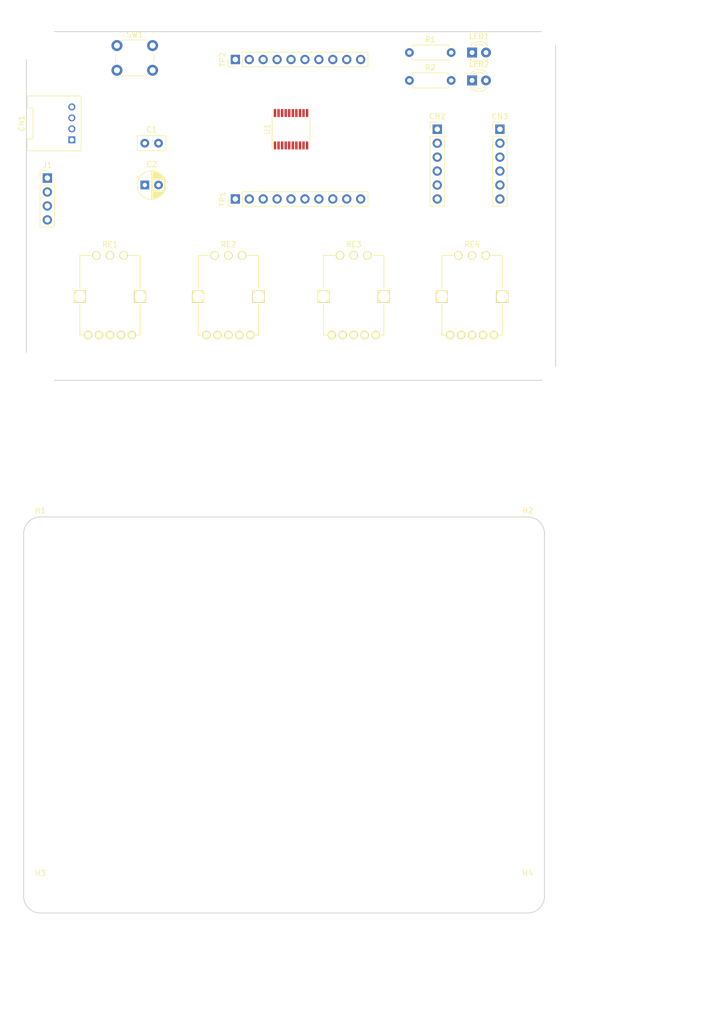
<source format=kicad_pcb>
(kicad_pcb (version 20171130) (host pcbnew "(5.0.2)-1")

  (general
    (thickness 1.6)
    (drawings 30)
    (tracks 0)
    (zones 0)
    (modules 22)
    (nets 46)
  )

  (page A4)
  (layers
    (0 F.Cu signal)
    (31 B.Cu signal)
    (32 B.Adhes user)
    (33 F.Adhes user)
    (34 B.Paste user)
    (35 F.Paste user)
    (36 B.SilkS user)
    (37 F.SilkS user)
    (38 B.Mask user)
    (39 F.Mask user)
    (40 Dwgs.User user)
    (41 Cmts.User user)
    (42 Eco1.User user)
    (43 Eco2.User user)
    (44 Edge.Cuts user)
    (45 Margin user)
    (46 B.CrtYd user)
    (47 F.CrtYd user)
    (48 B.Fab user)
    (49 F.Fab user)
  )

  (setup
    (last_trace_width 0.25)
    (trace_clearance 0.2)
    (zone_clearance 0.508)
    (zone_45_only no)
    (trace_min 0.2)
    (segment_width 0.2)
    (edge_width 0.15)
    (via_size 0.8)
    (via_drill 0.4)
    (via_min_size 0.4)
    (via_min_drill 0.3)
    (uvia_size 0.3)
    (uvia_drill 0.1)
    (uvias_allowed no)
    (uvia_min_size 0.2)
    (uvia_min_drill 0.1)
    (pcb_text_width 0.3)
    (pcb_text_size 1.5 1.5)
    (mod_edge_width 0.15)
    (mod_text_size 1 1)
    (mod_text_width 0.15)
    (pad_size 1.524 1.524)
    (pad_drill 0.762)
    (pad_to_mask_clearance 0.051)
    (solder_mask_min_width 0.25)
    (aux_axis_origin 0 0)
    (grid_origin 76.2 50.8)
    (visible_elements 7FFFFFFF)
    (pcbplotparams
      (layerselection 0x010fc_ffffffff)
      (usegerberextensions true)
      (usegerberattributes false)
      (usegerberadvancedattributes false)
      (creategerberjobfile false)
      (excludeedgelayer true)
      (linewidth 0.100000)
      (plotframeref false)
      (viasonmask false)
      (mode 1)
      (useauxorigin false)
      (hpglpennumber 1)
      (hpglpenspeed 20)
      (hpglpendiameter 15.000000)
      (psnegative false)
      (psa4output false)
      (plotreference true)
      (plotvalue true)
      (plotinvisibletext false)
      (padsonsilk false)
      (subtractmaskfromsilk false)
      (outputformat 1)
      (mirror false)
      (drillshape 0)
      (scaleselection 1)
      (outputdirectory "Gerber/"))
  )

  (net 0 "")
  (net 1 VDD)
  (net 2 GND)
  (net 3 NRST)
  (net 4 SWCLK)
  (net 5 SWDIO)
  (net 6 SCL)
  (net 7 SDA)
  (net 8 "Net-(CN2-Pad6)")
  (net 9 "Net-(CN3-Pad6)")
  (net 10 RXD)
  (net 11 TXD)
  (net 12 "Net-(CN3-Pad3)")
  (net 13 "Net-(CN3-Pad2)")
  (net 14 /PA1)
  (net 15 /PB9)
  (net 16 /PA4)
  (net 17 /PA3)
  (net 18 "Net-(RE1-Pad5)")
  (net 19 "Net-(RE1-Pad4)")
  (net 20 "Net-(RE1-Pad3)")
  (net 21 "Net-(RE1-Pad2)")
  (net 22 "Net-(RE1-Pad1)")
  (net 23 "Net-(RE2-Pad1)")
  (net 24 "Net-(RE2-Pad2)")
  (net 25 "Net-(RE2-Pad3)")
  (net 26 "Net-(RE2-Pad4)")
  (net 27 "Net-(RE2-Pad5)")
  (net 28 /PA5)
  (net 29 /PA6)
  (net 30 /PB1)
  (net 31 /PA7)
  (net 32 "Net-(RE3-Pad5)")
  (net 33 "Net-(RE3-Pad4)")
  (net 34 "Net-(RE3-Pad3)")
  (net 35 "Net-(RE3-Pad2)")
  (net 36 "Net-(RE3-Pad1)")
  (net 37 "Net-(RE4-Pad1)")
  (net 38 "Net-(RE4-Pad2)")
  (net 39 "Net-(RE4-Pad3)")
  (net 40 "Net-(RE4-Pad4)")
  (net 41 "Net-(RE4-Pad5)")
  (net 42 /PC14)
  (net 43 /PC15)
  (net 44 "Net-(LED1-Pad2)")
  (net 45 "Net-(LED2-Pad2)")

  (net_class Default "これはデフォルトのネット クラスです。"
    (clearance 0.2)
    (trace_width 0.25)
    (via_dia 0.8)
    (via_drill 0.4)
    (uvia_dia 0.3)
    (uvia_drill 0.1)
    (add_net /PA1)
    (add_net /PA3)
    (add_net /PA4)
    (add_net /PA5)
    (add_net /PA6)
    (add_net /PA7)
    (add_net /PB1)
    (add_net /PB9)
    (add_net /PC14)
    (add_net /PC15)
    (add_net GND)
    (add_net NRST)
    (add_net "Net-(CN2-Pad6)")
    (add_net "Net-(CN3-Pad2)")
    (add_net "Net-(CN3-Pad3)")
    (add_net "Net-(CN3-Pad6)")
    (add_net "Net-(LED1-Pad2)")
    (add_net "Net-(LED2-Pad2)")
    (add_net "Net-(RE1-Pad1)")
    (add_net "Net-(RE1-Pad2)")
    (add_net "Net-(RE1-Pad3)")
    (add_net "Net-(RE1-Pad4)")
    (add_net "Net-(RE1-Pad5)")
    (add_net "Net-(RE2-Pad1)")
    (add_net "Net-(RE2-Pad2)")
    (add_net "Net-(RE2-Pad3)")
    (add_net "Net-(RE2-Pad4)")
    (add_net "Net-(RE2-Pad5)")
    (add_net "Net-(RE3-Pad1)")
    (add_net "Net-(RE3-Pad2)")
    (add_net "Net-(RE3-Pad3)")
    (add_net "Net-(RE3-Pad4)")
    (add_net "Net-(RE3-Pad5)")
    (add_net "Net-(RE4-Pad1)")
    (add_net "Net-(RE4-Pad2)")
    (add_net "Net-(RE4-Pad3)")
    (add_net "Net-(RE4-Pad4)")
    (add_net "Net-(RE4-Pad5)")
    (add_net RXD)
    (add_net SCL)
    (add_net SDA)
    (add_net SWCLK)
    (add_net SWDIO)
    (add_net TXD)
    (add_net VDD)
  )

  (module Capacitor_THT:C_Disc_D5.0mm_W2.5mm_P2.50mm (layer F.Cu) (tedit 5AE50EF0) (tstamp 61D2E3E3)
    (at 95.25 68.58)
    (descr "C, Disc series, Radial, pin pitch=2.50mm, , diameter*width=5*2.5mm^2, Capacitor, http://cdn-reichelt.de/documents/datenblatt/B300/DS_KERKO_TC.pdf")
    (tags "C Disc series Radial pin pitch 2.50mm  diameter 5mm width 2.5mm Capacitor")
    (path /61C6C2A7)
    (fp_text reference C1 (at 1.25 -2.5) (layer F.SilkS)
      (effects (font (size 1 1) (thickness 0.15)))
    )
    (fp_text value 0.1u (at 1.25 2.5) (layer F.Fab)
      (effects (font (size 1 1) (thickness 0.15)))
    )
    (fp_line (start -1.25 -1.25) (end -1.25 1.25) (layer F.Fab) (width 0.1))
    (fp_line (start -1.25 1.25) (end 3.75 1.25) (layer F.Fab) (width 0.1))
    (fp_line (start 3.75 1.25) (end 3.75 -1.25) (layer F.Fab) (width 0.1))
    (fp_line (start 3.75 -1.25) (end -1.25 -1.25) (layer F.Fab) (width 0.1))
    (fp_line (start -1.37 -1.37) (end 3.87 -1.37) (layer F.SilkS) (width 0.12))
    (fp_line (start -1.37 1.37) (end 3.87 1.37) (layer F.SilkS) (width 0.12))
    (fp_line (start -1.37 -1.37) (end -1.37 1.37) (layer F.SilkS) (width 0.12))
    (fp_line (start 3.87 -1.37) (end 3.87 1.37) (layer F.SilkS) (width 0.12))
    (fp_line (start -1.5 -1.5) (end -1.5 1.5) (layer F.CrtYd) (width 0.05))
    (fp_line (start -1.5 1.5) (end 4 1.5) (layer F.CrtYd) (width 0.05))
    (fp_line (start 4 1.5) (end 4 -1.5) (layer F.CrtYd) (width 0.05))
    (fp_line (start 4 -1.5) (end -1.5 -1.5) (layer F.CrtYd) (width 0.05))
    (fp_text user %R (at 1.25 0) (layer F.Fab)
      (effects (font (size 1 1) (thickness 0.15)))
    )
    (pad 1 thru_hole circle (at 0 0) (size 1.6 1.6) (drill 0.8) (layers *.Cu *.Mask)
      (net 1 VDD))
    (pad 2 thru_hole circle (at 2.5 0) (size 1.6 1.6) (drill 0.8) (layers *.Cu *.Mask)
      (net 2 GND))
    (model ${KISYS3DMOD}/Capacitor_THT.3dshapes/C_Disc_D5.0mm_W2.5mm_P2.50mm.wrl
      (at (xyz 0 0 0))
      (scale (xyz 1 1 1))
      (rotate (xyz 0 0 0))
    )
  )

  (module Capacitor_THT:CP_Radial_D5.0mm_P2.50mm (layer F.Cu) (tedit 5AE50EF0) (tstamp 61D2E467)
    (at 95.25 76.2)
    (descr "CP, Radial series, Radial, pin pitch=2.50mm, , diameter=5mm, Electrolytic Capacitor")
    (tags "CP Radial series Radial pin pitch 2.50mm  diameter 5mm Electrolytic Capacitor")
    (path /61C6D6C3)
    (fp_text reference C2 (at 1.25 -3.75) (layer F.SilkS)
      (effects (font (size 1 1) (thickness 0.15)))
    )
    (fp_text value 47u (at 1.25 3.75) (layer F.Fab)
      (effects (font (size 1 1) (thickness 0.15)))
    )
    (fp_circle (center 1.25 0) (end 3.75 0) (layer F.Fab) (width 0.1))
    (fp_circle (center 1.25 0) (end 3.87 0) (layer F.SilkS) (width 0.12))
    (fp_circle (center 1.25 0) (end 4 0) (layer F.CrtYd) (width 0.05))
    (fp_line (start -0.883605 -1.0875) (end -0.383605 -1.0875) (layer F.Fab) (width 0.1))
    (fp_line (start -0.633605 -1.3375) (end -0.633605 -0.8375) (layer F.Fab) (width 0.1))
    (fp_line (start 1.25 -2.58) (end 1.25 2.58) (layer F.SilkS) (width 0.12))
    (fp_line (start 1.29 -2.58) (end 1.29 2.58) (layer F.SilkS) (width 0.12))
    (fp_line (start 1.33 -2.579) (end 1.33 2.579) (layer F.SilkS) (width 0.12))
    (fp_line (start 1.37 -2.578) (end 1.37 2.578) (layer F.SilkS) (width 0.12))
    (fp_line (start 1.41 -2.576) (end 1.41 2.576) (layer F.SilkS) (width 0.12))
    (fp_line (start 1.45 -2.573) (end 1.45 2.573) (layer F.SilkS) (width 0.12))
    (fp_line (start 1.49 -2.569) (end 1.49 -1.04) (layer F.SilkS) (width 0.12))
    (fp_line (start 1.49 1.04) (end 1.49 2.569) (layer F.SilkS) (width 0.12))
    (fp_line (start 1.53 -2.565) (end 1.53 -1.04) (layer F.SilkS) (width 0.12))
    (fp_line (start 1.53 1.04) (end 1.53 2.565) (layer F.SilkS) (width 0.12))
    (fp_line (start 1.57 -2.561) (end 1.57 -1.04) (layer F.SilkS) (width 0.12))
    (fp_line (start 1.57 1.04) (end 1.57 2.561) (layer F.SilkS) (width 0.12))
    (fp_line (start 1.61 -2.556) (end 1.61 -1.04) (layer F.SilkS) (width 0.12))
    (fp_line (start 1.61 1.04) (end 1.61 2.556) (layer F.SilkS) (width 0.12))
    (fp_line (start 1.65 -2.55) (end 1.65 -1.04) (layer F.SilkS) (width 0.12))
    (fp_line (start 1.65 1.04) (end 1.65 2.55) (layer F.SilkS) (width 0.12))
    (fp_line (start 1.69 -2.543) (end 1.69 -1.04) (layer F.SilkS) (width 0.12))
    (fp_line (start 1.69 1.04) (end 1.69 2.543) (layer F.SilkS) (width 0.12))
    (fp_line (start 1.73 -2.536) (end 1.73 -1.04) (layer F.SilkS) (width 0.12))
    (fp_line (start 1.73 1.04) (end 1.73 2.536) (layer F.SilkS) (width 0.12))
    (fp_line (start 1.77 -2.528) (end 1.77 -1.04) (layer F.SilkS) (width 0.12))
    (fp_line (start 1.77 1.04) (end 1.77 2.528) (layer F.SilkS) (width 0.12))
    (fp_line (start 1.81 -2.52) (end 1.81 -1.04) (layer F.SilkS) (width 0.12))
    (fp_line (start 1.81 1.04) (end 1.81 2.52) (layer F.SilkS) (width 0.12))
    (fp_line (start 1.85 -2.511) (end 1.85 -1.04) (layer F.SilkS) (width 0.12))
    (fp_line (start 1.85 1.04) (end 1.85 2.511) (layer F.SilkS) (width 0.12))
    (fp_line (start 1.89 -2.501) (end 1.89 -1.04) (layer F.SilkS) (width 0.12))
    (fp_line (start 1.89 1.04) (end 1.89 2.501) (layer F.SilkS) (width 0.12))
    (fp_line (start 1.93 -2.491) (end 1.93 -1.04) (layer F.SilkS) (width 0.12))
    (fp_line (start 1.93 1.04) (end 1.93 2.491) (layer F.SilkS) (width 0.12))
    (fp_line (start 1.971 -2.48) (end 1.971 -1.04) (layer F.SilkS) (width 0.12))
    (fp_line (start 1.971 1.04) (end 1.971 2.48) (layer F.SilkS) (width 0.12))
    (fp_line (start 2.011 -2.468) (end 2.011 -1.04) (layer F.SilkS) (width 0.12))
    (fp_line (start 2.011 1.04) (end 2.011 2.468) (layer F.SilkS) (width 0.12))
    (fp_line (start 2.051 -2.455) (end 2.051 -1.04) (layer F.SilkS) (width 0.12))
    (fp_line (start 2.051 1.04) (end 2.051 2.455) (layer F.SilkS) (width 0.12))
    (fp_line (start 2.091 -2.442) (end 2.091 -1.04) (layer F.SilkS) (width 0.12))
    (fp_line (start 2.091 1.04) (end 2.091 2.442) (layer F.SilkS) (width 0.12))
    (fp_line (start 2.131 -2.428) (end 2.131 -1.04) (layer F.SilkS) (width 0.12))
    (fp_line (start 2.131 1.04) (end 2.131 2.428) (layer F.SilkS) (width 0.12))
    (fp_line (start 2.171 -2.414) (end 2.171 -1.04) (layer F.SilkS) (width 0.12))
    (fp_line (start 2.171 1.04) (end 2.171 2.414) (layer F.SilkS) (width 0.12))
    (fp_line (start 2.211 -2.398) (end 2.211 -1.04) (layer F.SilkS) (width 0.12))
    (fp_line (start 2.211 1.04) (end 2.211 2.398) (layer F.SilkS) (width 0.12))
    (fp_line (start 2.251 -2.382) (end 2.251 -1.04) (layer F.SilkS) (width 0.12))
    (fp_line (start 2.251 1.04) (end 2.251 2.382) (layer F.SilkS) (width 0.12))
    (fp_line (start 2.291 -2.365) (end 2.291 -1.04) (layer F.SilkS) (width 0.12))
    (fp_line (start 2.291 1.04) (end 2.291 2.365) (layer F.SilkS) (width 0.12))
    (fp_line (start 2.331 -2.348) (end 2.331 -1.04) (layer F.SilkS) (width 0.12))
    (fp_line (start 2.331 1.04) (end 2.331 2.348) (layer F.SilkS) (width 0.12))
    (fp_line (start 2.371 -2.329) (end 2.371 -1.04) (layer F.SilkS) (width 0.12))
    (fp_line (start 2.371 1.04) (end 2.371 2.329) (layer F.SilkS) (width 0.12))
    (fp_line (start 2.411 -2.31) (end 2.411 -1.04) (layer F.SilkS) (width 0.12))
    (fp_line (start 2.411 1.04) (end 2.411 2.31) (layer F.SilkS) (width 0.12))
    (fp_line (start 2.451 -2.29) (end 2.451 -1.04) (layer F.SilkS) (width 0.12))
    (fp_line (start 2.451 1.04) (end 2.451 2.29) (layer F.SilkS) (width 0.12))
    (fp_line (start 2.491 -2.268) (end 2.491 -1.04) (layer F.SilkS) (width 0.12))
    (fp_line (start 2.491 1.04) (end 2.491 2.268) (layer F.SilkS) (width 0.12))
    (fp_line (start 2.531 -2.247) (end 2.531 -1.04) (layer F.SilkS) (width 0.12))
    (fp_line (start 2.531 1.04) (end 2.531 2.247) (layer F.SilkS) (width 0.12))
    (fp_line (start 2.571 -2.224) (end 2.571 -1.04) (layer F.SilkS) (width 0.12))
    (fp_line (start 2.571 1.04) (end 2.571 2.224) (layer F.SilkS) (width 0.12))
    (fp_line (start 2.611 -2.2) (end 2.611 -1.04) (layer F.SilkS) (width 0.12))
    (fp_line (start 2.611 1.04) (end 2.611 2.2) (layer F.SilkS) (width 0.12))
    (fp_line (start 2.651 -2.175) (end 2.651 -1.04) (layer F.SilkS) (width 0.12))
    (fp_line (start 2.651 1.04) (end 2.651 2.175) (layer F.SilkS) (width 0.12))
    (fp_line (start 2.691 -2.149) (end 2.691 -1.04) (layer F.SilkS) (width 0.12))
    (fp_line (start 2.691 1.04) (end 2.691 2.149) (layer F.SilkS) (width 0.12))
    (fp_line (start 2.731 -2.122) (end 2.731 -1.04) (layer F.SilkS) (width 0.12))
    (fp_line (start 2.731 1.04) (end 2.731 2.122) (layer F.SilkS) (width 0.12))
    (fp_line (start 2.771 -2.095) (end 2.771 -1.04) (layer F.SilkS) (width 0.12))
    (fp_line (start 2.771 1.04) (end 2.771 2.095) (layer F.SilkS) (width 0.12))
    (fp_line (start 2.811 -2.065) (end 2.811 -1.04) (layer F.SilkS) (width 0.12))
    (fp_line (start 2.811 1.04) (end 2.811 2.065) (layer F.SilkS) (width 0.12))
    (fp_line (start 2.851 -2.035) (end 2.851 -1.04) (layer F.SilkS) (width 0.12))
    (fp_line (start 2.851 1.04) (end 2.851 2.035) (layer F.SilkS) (width 0.12))
    (fp_line (start 2.891 -2.004) (end 2.891 -1.04) (layer F.SilkS) (width 0.12))
    (fp_line (start 2.891 1.04) (end 2.891 2.004) (layer F.SilkS) (width 0.12))
    (fp_line (start 2.931 -1.971) (end 2.931 -1.04) (layer F.SilkS) (width 0.12))
    (fp_line (start 2.931 1.04) (end 2.931 1.971) (layer F.SilkS) (width 0.12))
    (fp_line (start 2.971 -1.937) (end 2.971 -1.04) (layer F.SilkS) (width 0.12))
    (fp_line (start 2.971 1.04) (end 2.971 1.937) (layer F.SilkS) (width 0.12))
    (fp_line (start 3.011 -1.901) (end 3.011 -1.04) (layer F.SilkS) (width 0.12))
    (fp_line (start 3.011 1.04) (end 3.011 1.901) (layer F.SilkS) (width 0.12))
    (fp_line (start 3.051 -1.864) (end 3.051 -1.04) (layer F.SilkS) (width 0.12))
    (fp_line (start 3.051 1.04) (end 3.051 1.864) (layer F.SilkS) (width 0.12))
    (fp_line (start 3.091 -1.826) (end 3.091 -1.04) (layer F.SilkS) (width 0.12))
    (fp_line (start 3.091 1.04) (end 3.091 1.826) (layer F.SilkS) (width 0.12))
    (fp_line (start 3.131 -1.785) (end 3.131 -1.04) (layer F.SilkS) (width 0.12))
    (fp_line (start 3.131 1.04) (end 3.131 1.785) (layer F.SilkS) (width 0.12))
    (fp_line (start 3.171 -1.743) (end 3.171 -1.04) (layer F.SilkS) (width 0.12))
    (fp_line (start 3.171 1.04) (end 3.171 1.743) (layer F.SilkS) (width 0.12))
    (fp_line (start 3.211 -1.699) (end 3.211 -1.04) (layer F.SilkS) (width 0.12))
    (fp_line (start 3.211 1.04) (end 3.211 1.699) (layer F.SilkS) (width 0.12))
    (fp_line (start 3.251 -1.653) (end 3.251 -1.04) (layer F.SilkS) (width 0.12))
    (fp_line (start 3.251 1.04) (end 3.251 1.653) (layer F.SilkS) (width 0.12))
    (fp_line (start 3.291 -1.605) (end 3.291 -1.04) (layer F.SilkS) (width 0.12))
    (fp_line (start 3.291 1.04) (end 3.291 1.605) (layer F.SilkS) (width 0.12))
    (fp_line (start 3.331 -1.554) (end 3.331 -1.04) (layer F.SilkS) (width 0.12))
    (fp_line (start 3.331 1.04) (end 3.331 1.554) (layer F.SilkS) (width 0.12))
    (fp_line (start 3.371 -1.5) (end 3.371 -1.04) (layer F.SilkS) (width 0.12))
    (fp_line (start 3.371 1.04) (end 3.371 1.5) (layer F.SilkS) (width 0.12))
    (fp_line (start 3.411 -1.443) (end 3.411 -1.04) (layer F.SilkS) (width 0.12))
    (fp_line (start 3.411 1.04) (end 3.411 1.443) (layer F.SilkS) (width 0.12))
    (fp_line (start 3.451 -1.383) (end 3.451 -1.04) (layer F.SilkS) (width 0.12))
    (fp_line (start 3.451 1.04) (end 3.451 1.383) (layer F.SilkS) (width 0.12))
    (fp_line (start 3.491 -1.319) (end 3.491 -1.04) (layer F.SilkS) (width 0.12))
    (fp_line (start 3.491 1.04) (end 3.491 1.319) (layer F.SilkS) (width 0.12))
    (fp_line (start 3.531 -1.251) (end 3.531 -1.04) (layer F.SilkS) (width 0.12))
    (fp_line (start 3.531 1.04) (end 3.531 1.251) (layer F.SilkS) (width 0.12))
    (fp_line (start 3.571 -1.178) (end 3.571 1.178) (layer F.SilkS) (width 0.12))
    (fp_line (start 3.611 -1.098) (end 3.611 1.098) (layer F.SilkS) (width 0.12))
    (fp_line (start 3.651 -1.011) (end 3.651 1.011) (layer F.SilkS) (width 0.12))
    (fp_line (start 3.691 -0.915) (end 3.691 0.915) (layer F.SilkS) (width 0.12))
    (fp_line (start 3.731 -0.805) (end 3.731 0.805) (layer F.SilkS) (width 0.12))
    (fp_line (start 3.771 -0.677) (end 3.771 0.677) (layer F.SilkS) (width 0.12))
    (fp_line (start 3.811 -0.518) (end 3.811 0.518) (layer F.SilkS) (width 0.12))
    (fp_line (start 3.851 -0.284) (end 3.851 0.284) (layer F.SilkS) (width 0.12))
    (fp_line (start -1.554775 -1.475) (end -1.054775 -1.475) (layer F.SilkS) (width 0.12))
    (fp_line (start -1.304775 -1.725) (end -1.304775 -1.225) (layer F.SilkS) (width 0.12))
    (fp_text user %R (at 1.25 0) (layer F.Fab)
      (effects (font (size 1 1) (thickness 0.15)))
    )
    (pad 1 thru_hole rect (at 0 0) (size 1.6 1.6) (drill 0.8) (layers *.Cu *.Mask)
      (net 1 VDD))
    (pad 2 thru_hole circle (at 2.5 0) (size 1.6 1.6) (drill 0.8) (layers *.Cu *.Mask)
      (net 2 GND))
    (model ${KISYS3DMOD}/Capacitor_THT.3dshapes/CP_Radial_D5.0mm_P2.50mm.wrl
      (at (xyz 0 0 0))
      (scale (xyz 1 1 1))
      (rotate (xyz 0 0 0))
    )
  )

  (module OPL_Connector:HW4-2.0-90D (layer F.Cu) (tedit 5BD4AAAC) (tstamp 61D2E486)
    (at 78.74 64.975001 90)
    (path /61C0B9C7)
    (attr virtual)
    (fp_text reference CN1 (at 0 -5.95 90) (layer F.SilkS)
      (effects (font (size 1 1) (thickness 0.15)))
    )
    (fp_text value GROVE (at -0.025 6.45 90) (layer F.Fab)
      (effects (font (size 1 1) (thickness 0.15)))
    )
    (fp_line (start -4.99872 2.5019) (end -4.99872 4.49834) (layer F.SilkS) (width 0.127))
    (fp_line (start -5 -4.9) (end -5 4.9) (layer F.SilkS) (width 0.127))
    (fp_line (start -5 4.9) (end 5 4.9) (layer F.Fab) (width 0.1))
    (fp_line (start 5 -4.9) (end 5 4.9) (layer F.SilkS) (width 0.127))
    (fp_line (start 5 4.9) (end -5 4.9) (layer F.SilkS) (width 0.127))
    (fp_line (start -5 4.9) (end -5 -4.9) (layer F.Fab) (width 0.1))
    (fp_line (start -5 1.6) (end 5 1.6) (layer F.Fab) (width 0.1))
    (fp_line (start -5 -4.9) (end -2.79908 -4.9) (layer F.Fab) (width 0.1))
    (fp_line (start -2.79908 -4.9) (end -2.79908 -3.8989) (layer F.Fab) (width 0.1))
    (fp_line (start -2.79908 -3.8989) (end 2.79908 -3.8989) (layer F.Fab) (width 0.1))
    (fp_line (start 2.79908 -3.8989) (end 2.79908 -4.9) (layer F.Fab) (width 0.1))
    (fp_line (start 2.79908 -4.9) (end 5 -4.9) (layer F.Fab) (width 0.1))
    (fp_line (start 5 4.9) (end 5 -4.9) (layer F.Fab) (width 0.1))
    (fp_line (start 2.79908 -4.9) (end 5 -4.9) (layer F.SilkS) (width 0.127))
    (fp_line (start 2.79908 -3.8989) (end 2.79908 -4.9) (layer F.SilkS) (width 0.127))
    (fp_line (start -2.79908 -3.9) (end 2.79908 -3.9) (layer F.SilkS) (width 0.127))
    (fp_line (start -2.8 -4.9) (end -2.8 -3.8989) (layer F.SilkS) (width 0.127))
    (fp_line (start -5.00092 -4.9) (end -2.8 -4.9) (layer F.SilkS) (width 0.127))
    (fp_text user REF** (at 0 0 90) (layer F.Fab)
      (effects (font (size 1 1) (thickness 0.15)))
    )
    (fp_line (start 5.25 5.15) (end 5.25 -5.15) (layer F.CrtYd) (width 0.05))
    (fp_line (start 5.25 -5.15) (end -5.25 -5.15) (layer F.CrtYd) (width 0.05))
    (fp_line (start -5.25 -5.15) (end -5.25 5.15) (layer F.CrtYd) (width 0.05))
    (fp_line (start -5.25 5.15) (end 5.25 5.15) (layer F.CrtYd) (width 0.05))
    (pad 1 thru_hole rect (at -2.99974 3.20012 90) (size 1.27 1.27) (drill 0.79756) (layers *.Cu *.Mask)
      (net 6 SCL))
    (pad 2 thru_hole circle (at -0.99822 3.2 90) (size 1.27 1.27) (drill 0.79756) (layers *.Cu *.Mask)
      (net 7 SDA))
    (pad 3 thru_hole circle (at 0.99822 3.2 90) (size 1.27 1.27) (drill 0.79756) (layers *.Cu *.Mask)
      (net 1 VDD))
    (pad 4 thru_hole circle (at 2.99974 3.2 90) (size 1.27 1.27) (drill 0.79756) (layers *.Cu *.Mask)
      (net 2 GND))
  )

  (module Connector_PinHeader_2.54mm:PinHeader_1x06_P2.54mm_Vertical (layer F.Cu) (tedit 59FED5CC) (tstamp 61D2E4A0)
    (at 148.59 66.04)
    (descr "Through hole straight pin header, 1x06, 2.54mm pitch, single row")
    (tags "Through hole pin header THT 1x06 2.54mm single row")
    (path /61C0B8EC)
    (fp_text reference CN2 (at 0 -2.33) (layer F.SilkS)
      (effects (font (size 1 1) (thickness 0.15)))
    )
    (fp_text value ST-LINK (at 0 15.03) (layer F.Fab)
      (effects (font (size 1 1) (thickness 0.15)))
    )
    (fp_line (start -0.635 -1.27) (end 1.27 -1.27) (layer F.Fab) (width 0.1))
    (fp_line (start 1.27 -1.27) (end 1.27 13.97) (layer F.Fab) (width 0.1))
    (fp_line (start 1.27 13.97) (end -1.27 13.97) (layer F.Fab) (width 0.1))
    (fp_line (start -1.27 13.97) (end -1.27 -0.635) (layer F.Fab) (width 0.1))
    (fp_line (start -1.27 -0.635) (end -0.635 -1.27) (layer F.Fab) (width 0.1))
    (fp_line (start -1.33 14.03) (end 1.33 14.03) (layer F.SilkS) (width 0.12))
    (fp_line (start -1.33 1.27) (end -1.33 14.03) (layer F.SilkS) (width 0.12))
    (fp_line (start 1.33 1.27) (end 1.33 14.03) (layer F.SilkS) (width 0.12))
    (fp_line (start -1.33 1.27) (end 1.33 1.27) (layer F.SilkS) (width 0.12))
    (fp_line (start -1.33 0) (end -1.33 -1.33) (layer F.SilkS) (width 0.12))
    (fp_line (start -1.33 -1.33) (end 0 -1.33) (layer F.SilkS) (width 0.12))
    (fp_line (start -1.8 -1.8) (end -1.8 14.5) (layer F.CrtYd) (width 0.05))
    (fp_line (start -1.8 14.5) (end 1.8 14.5) (layer F.CrtYd) (width 0.05))
    (fp_line (start 1.8 14.5) (end 1.8 -1.8) (layer F.CrtYd) (width 0.05))
    (fp_line (start 1.8 -1.8) (end -1.8 -1.8) (layer F.CrtYd) (width 0.05))
    (fp_text user %R (at 0 6.35 90) (layer F.Fab)
      (effects (font (size 1 1) (thickness 0.15)))
    )
    (pad 1 thru_hole rect (at 0 0) (size 1.7 1.7) (drill 1) (layers *.Cu *.Mask)
      (net 1 VDD))
    (pad 2 thru_hole oval (at 0 2.54) (size 1.7 1.7) (drill 1) (layers *.Cu *.Mask)
      (net 4 SWCLK))
    (pad 3 thru_hole oval (at 0 5.08) (size 1.7 1.7) (drill 1) (layers *.Cu *.Mask)
      (net 2 GND))
    (pad 4 thru_hole oval (at 0 7.62) (size 1.7 1.7) (drill 1) (layers *.Cu *.Mask)
      (net 5 SWDIO))
    (pad 5 thru_hole oval (at 0 10.16) (size 1.7 1.7) (drill 1) (layers *.Cu *.Mask)
      (net 3 NRST))
    (pad 6 thru_hole oval (at 0 12.7) (size 1.7 1.7) (drill 1) (layers *.Cu *.Mask)
      (net 8 "Net-(CN2-Pad6)"))
    (model ${KISYS3DMOD}/Connector_PinHeader_2.54mm.3dshapes/PinHeader_1x06_P2.54mm_Vertical.wrl
      (at (xyz 0 0 0))
      (scale (xyz 1 1 1))
      (rotate (xyz 0 0 0))
    )
  )

  (module Connector_PinHeader_2.54mm:PinHeader_1x06_P2.54mm_Vertical (layer F.Cu) (tedit 59FED5CC) (tstamp 61D2EFF4)
    (at 160.02 66.04)
    (descr "Through hole straight pin header, 1x06, 2.54mm pitch, single row")
    (tags "Through hole pin header THT 1x06 2.54mm single row")
    (path /61C0B87F)
    (fp_text reference CN3 (at 0 -2.33) (layer F.SilkS)
      (effects (font (size 1 1) (thickness 0.15)))
    )
    (fp_text value TTL-232R-3V3 (at 0 15.03) (layer F.Fab)
      (effects (font (size 1 1) (thickness 0.15)))
    )
    (fp_text user %R (at 0 6.35 90) (layer F.Fab)
      (effects (font (size 1 1) (thickness 0.15)))
    )
    (fp_line (start 1.8 -1.8) (end -1.8 -1.8) (layer F.CrtYd) (width 0.05))
    (fp_line (start 1.8 14.5) (end 1.8 -1.8) (layer F.CrtYd) (width 0.05))
    (fp_line (start -1.8 14.5) (end 1.8 14.5) (layer F.CrtYd) (width 0.05))
    (fp_line (start -1.8 -1.8) (end -1.8 14.5) (layer F.CrtYd) (width 0.05))
    (fp_line (start -1.33 -1.33) (end 0 -1.33) (layer F.SilkS) (width 0.12))
    (fp_line (start -1.33 0) (end -1.33 -1.33) (layer F.SilkS) (width 0.12))
    (fp_line (start -1.33 1.27) (end 1.33 1.27) (layer F.SilkS) (width 0.12))
    (fp_line (start 1.33 1.27) (end 1.33 14.03) (layer F.SilkS) (width 0.12))
    (fp_line (start -1.33 1.27) (end -1.33 14.03) (layer F.SilkS) (width 0.12))
    (fp_line (start -1.33 14.03) (end 1.33 14.03) (layer F.SilkS) (width 0.12))
    (fp_line (start -1.27 -0.635) (end -0.635 -1.27) (layer F.Fab) (width 0.1))
    (fp_line (start -1.27 13.97) (end -1.27 -0.635) (layer F.Fab) (width 0.1))
    (fp_line (start 1.27 13.97) (end -1.27 13.97) (layer F.Fab) (width 0.1))
    (fp_line (start 1.27 -1.27) (end 1.27 13.97) (layer F.Fab) (width 0.1))
    (fp_line (start -0.635 -1.27) (end 1.27 -1.27) (layer F.Fab) (width 0.1))
    (pad 6 thru_hole oval (at 0 12.7) (size 1.7 1.7) (drill 1) (layers *.Cu *.Mask)
      (net 9 "Net-(CN3-Pad6)"))
    (pad 5 thru_hole oval (at 0 10.16) (size 1.7 1.7) (drill 1) (layers *.Cu *.Mask)
      (net 10 RXD))
    (pad 4 thru_hole oval (at 0 7.62) (size 1.7 1.7) (drill 1) (layers *.Cu *.Mask)
      (net 11 TXD))
    (pad 3 thru_hole oval (at 0 5.08) (size 1.7 1.7) (drill 1) (layers *.Cu *.Mask)
      (net 12 "Net-(CN3-Pad3)"))
    (pad 2 thru_hole oval (at 0 2.54) (size 1.7 1.7) (drill 1) (layers *.Cu *.Mask)
      (net 13 "Net-(CN3-Pad2)"))
    (pad 1 thru_hole rect (at 0 0) (size 1.7 1.7) (drill 1) (layers *.Cu *.Mask)
      (net 2 GND))
    (model ${KISYS3DMOD}/Connector_PinHeader_2.54mm.3dshapes/PinHeader_1x06_P2.54mm_Vertical.wrl
      (at (xyz 0 0 0))
      (scale (xyz 1 1 1))
      (rotate (xyz 0 0 0))
    )
  )

  (module MountingHole:MountingHole_3.2mm_M3 (layer F.Cu) (tedit 56D1B4CB) (tstamp 61D2E4C2)
    (at 76.2 139.7)
    (descr "Mounting Hole 3.2mm, no annular, M3")
    (tags "mounting hole 3.2mm no annular m3")
    (path /61CDE573)
    (attr virtual)
    (fp_text reference H1 (at 0 -4.2) (layer F.SilkS)
      (effects (font (size 1 1) (thickness 0.15)))
    )
    (fp_text value MountingHole (at 0 4.2) (layer F.Fab)
      (effects (font (size 1 1) (thickness 0.15)))
    )
    (fp_circle (center 0 0) (end 3.45 0) (layer F.CrtYd) (width 0.05))
    (fp_circle (center 0 0) (end 3.2 0) (layer Cmts.User) (width 0.15))
    (fp_text user %R (at 0.3 0) (layer F.Fab)
      (effects (font (size 1 1) (thickness 0.15)))
    )
    (pad 1 np_thru_hole circle (at 0 0) (size 3.2 3.2) (drill 3.2) (layers *.Cu *.Mask))
  )

  (module MountingHole:MountingHole_3.2mm_M3 (layer F.Cu) (tedit 56D1B4CB) (tstamp 61D2E4CA)
    (at 165.1 139.7)
    (descr "Mounting Hole 3.2mm, no annular, M3")
    (tags "mounting hole 3.2mm no annular m3")
    (path /61CDE695)
    (attr virtual)
    (fp_text reference H2 (at 0 -4.2) (layer F.SilkS)
      (effects (font (size 1 1) (thickness 0.15)))
    )
    (fp_text value MountingHole (at 0 4.2) (layer F.Fab)
      (effects (font (size 1 1) (thickness 0.15)))
    )
    (fp_text user %R (at 0.3 0) (layer F.Fab)
      (effects (font (size 1 1) (thickness 0.15)))
    )
    (fp_circle (center 0 0) (end 3.2 0) (layer Cmts.User) (width 0.15))
    (fp_circle (center 0 0) (end 3.45 0) (layer F.CrtYd) (width 0.05))
    (pad 1 np_thru_hole circle (at 0 0) (size 3.2 3.2) (drill 3.2) (layers *.Cu *.Mask))
  )

  (module MountingHole:MountingHole_3.2mm_M3 (layer F.Cu) (tedit 56D1B4CB) (tstamp 61D2E4D2)
    (at 76.2 205.74)
    (descr "Mounting Hole 3.2mm, no annular, M3")
    (tags "mounting hole 3.2mm no annular m3")
    (path /61CE0B41)
    (attr virtual)
    (fp_text reference H3 (at 0 -4.2) (layer F.SilkS)
      (effects (font (size 1 1) (thickness 0.15)))
    )
    (fp_text value MountingHole (at 0 4.2) (layer F.Fab)
      (effects (font (size 1 1) (thickness 0.15)))
    )
    (fp_circle (center 0 0) (end 3.45 0) (layer F.CrtYd) (width 0.05))
    (fp_circle (center 0 0) (end 3.2 0) (layer Cmts.User) (width 0.15))
    (fp_text user %R (at 0.3 0) (layer F.Fab)
      (effects (font (size 1 1) (thickness 0.15)))
    )
    (pad 1 np_thru_hole circle (at 0 0) (size 3.2 3.2) (drill 3.2) (layers *.Cu *.Mask))
  )

  (module MountingHole:MountingHole_3.2mm_M3 (layer F.Cu) (tedit 56D1B4CB) (tstamp 61D2E4DA)
    (at 165.1 205.74)
    (descr "Mounting Hole 3.2mm, no annular, M3")
    (tags "mounting hole 3.2mm no annular m3")
    (path /61CE2FEA)
    (attr virtual)
    (fp_text reference H4 (at 0 -4.2) (layer F.SilkS)
      (effects (font (size 1 1) (thickness 0.15)))
    )
    (fp_text value MountingHole (at 0 4.2) (layer F.Fab)
      (effects (font (size 1 1) (thickness 0.15)))
    )
    (fp_text user %R (at 0.3 0) (layer F.Fab)
      (effects (font (size 1 1) (thickness 0.15)))
    )
    (fp_circle (center 0 0) (end 3.2 0) (layer Cmts.User) (width 0.15))
    (fp_circle (center 0 0) (end 3.45 0) (layer F.CrtYd) (width 0.05))
    (pad 1 np_thru_hole circle (at 0 0) (size 3.2 3.2) (drill 3.2) (layers *.Cu *.Mask))
  )

  (module extsui:EC12PLRGB (layer F.Cu) (tedit 59AAAD2B) (tstamp 61D2E522)
    (at 88.9 96.52 180)
    (path /61C0B655)
    (fp_text reference RE1 (at 0 9.5 180) (layer F.SilkS)
      (effects (font (size 1 1) (thickness 0.15)))
    )
    (fp_text value EC12PLRGB (at 0 -9 180) (layer F.Fab)
      (effects (font (size 1 1) (thickness 0.15)))
    )
    (fp_line (start 5.5 -7) (end 5.5 -1.5) (layer F.SilkS) (width 0.15))
    (fp_line (start 5 -7) (end 5.5 -7) (layer F.SilkS) (width 0.15))
    (fp_line (start 5.5 7.5) (end 3.5 7.5) (layer F.SilkS) (width 0.15))
    (fp_line (start 5.5 1.5) (end 5.5 7.5) (layer F.SilkS) (width 0.15))
    (fp_line (start -5.5 7.5) (end -5.5 1.5) (layer F.SilkS) (width 0.15))
    (fp_line (start -3.5 7.5) (end -5.5 7.5) (layer F.SilkS) (width 0.15))
    (fp_line (start -5.5 -7) (end -5 -7) (layer F.SilkS) (width 0.15))
    (fp_line (start -5.5 -1.5) (end -5.5 -7) (layer F.SilkS) (width 0.15))
    (pad "" thru_hole rect (at 5.5 0 180) (size 2.2 2.2) (drill 2) (layers *.Cu *.Mask F.SilkS))
    (pad 6 thru_hole circle (at 2.5 7.5 180) (size 1.524 1.524) (drill 1.1) (layers *.Cu *.Mask F.SilkS)
      (net 16 /PA4))
    (pad 8 thru_hole circle (at -2.5 7.5 180) (size 1.524 1.524) (drill 1.1) (layers *.Cu *.Mask F.SilkS)
      (net 17 /PA3))
    (pad 7 thru_hole circle (at 0 7.5 180) (size 1.524 1.524) (drill 1.1) (layers *.Cu *.Mask F.SilkS)
      (net 2 GND))
    (pad 5 thru_hole circle (at 4 -7 180) (size 1.524 1.524) (drill 1) (layers *.Cu *.Mask F.SilkS)
      (net 18 "Net-(RE1-Pad5)"))
    (pad 4 thru_hole circle (at 2 -7 180) (size 1.524 1.524) (drill 1) (layers *.Cu *.Mask F.SilkS)
      (net 19 "Net-(RE1-Pad4)"))
    (pad 3 thru_hole circle (at 0 -7 180) (size 1.524 1.524) (drill 1) (layers *.Cu *.Mask F.SilkS)
      (net 20 "Net-(RE1-Pad3)"))
    (pad 2 thru_hole circle (at -2 -7 180) (size 1.524 1.524) (drill 1) (layers *.Cu *.Mask F.SilkS)
      (net 21 "Net-(RE1-Pad2)"))
    (pad 1 thru_hole circle (at -4 -7 180) (size 1.524 1.524) (drill 1) (layers *.Cu *.Mask F.SilkS)
      (net 22 "Net-(RE1-Pad1)"))
    (pad "" thru_hole rect (at -5.5 0 180) (size 2.2 2.2) (drill 2) (layers *.Cu *.Mask F.SilkS))
  )

  (module extsui:EC12PLRGB (layer F.Cu) (tedit 59AAAD2B) (tstamp 61D2FD4A)
    (at 110.49 96.52 180)
    (path /61C0B6D0)
    (fp_text reference RE2 (at 0 9.5 180) (layer F.SilkS)
      (effects (font (size 1 1) (thickness 0.15)))
    )
    (fp_text value EC12PLRGB (at 0 -9 180) (layer F.Fab)
      (effects (font (size 1 1) (thickness 0.15)))
    )
    (fp_line (start -5.5 -1.5) (end -5.5 -7) (layer F.SilkS) (width 0.15))
    (fp_line (start -5.5 -7) (end -5 -7) (layer F.SilkS) (width 0.15))
    (fp_line (start -3.5 7.5) (end -5.5 7.5) (layer F.SilkS) (width 0.15))
    (fp_line (start -5.5 7.5) (end -5.5 1.5) (layer F.SilkS) (width 0.15))
    (fp_line (start 5.5 1.5) (end 5.5 7.5) (layer F.SilkS) (width 0.15))
    (fp_line (start 5.5 7.5) (end 3.5 7.5) (layer F.SilkS) (width 0.15))
    (fp_line (start 5 -7) (end 5.5 -7) (layer F.SilkS) (width 0.15))
    (fp_line (start 5.5 -7) (end 5.5 -1.5) (layer F.SilkS) (width 0.15))
    (pad "" thru_hole rect (at -5.5 0 180) (size 2.2 2.2) (drill 2) (layers *.Cu *.Mask F.SilkS))
    (pad 1 thru_hole circle (at -4 -7 180) (size 1.524 1.524) (drill 1) (layers *.Cu *.Mask F.SilkS)
      (net 23 "Net-(RE2-Pad1)"))
    (pad 2 thru_hole circle (at -2 -7 180) (size 1.524 1.524) (drill 1) (layers *.Cu *.Mask F.SilkS)
      (net 24 "Net-(RE2-Pad2)"))
    (pad 3 thru_hole circle (at 0 -7 180) (size 1.524 1.524) (drill 1) (layers *.Cu *.Mask F.SilkS)
      (net 25 "Net-(RE2-Pad3)"))
    (pad 4 thru_hole circle (at 2 -7 180) (size 1.524 1.524) (drill 1) (layers *.Cu *.Mask F.SilkS)
      (net 26 "Net-(RE2-Pad4)"))
    (pad 5 thru_hole circle (at 4 -7 180) (size 1.524 1.524) (drill 1) (layers *.Cu *.Mask F.SilkS)
      (net 27 "Net-(RE2-Pad5)"))
    (pad 7 thru_hole circle (at 0 7.5 180) (size 1.524 1.524) (drill 1.1) (layers *.Cu *.Mask F.SilkS)
      (net 2 GND))
    (pad 8 thru_hole circle (at -2.5 7.5 180) (size 1.524 1.524) (drill 1.1) (layers *.Cu *.Mask F.SilkS)
      (net 28 /PA5))
    (pad 6 thru_hole circle (at 2.5 7.5 180) (size 1.524 1.524) (drill 1.1) (layers *.Cu *.Mask F.SilkS)
      (net 29 /PA6))
    (pad "" thru_hole rect (at 5.5 0 180) (size 2.2 2.2) (drill 2) (layers *.Cu *.Mask F.SilkS))
  )

  (module extsui:EC12PLRGB (layer F.Cu) (tedit 59AAAD2B) (tstamp 61D2E54E)
    (at 133.35 96.52 180)
    (path /61C0B6F8)
    (fp_text reference RE3 (at 0 9.5 180) (layer F.SilkS)
      (effects (font (size 1 1) (thickness 0.15)))
    )
    (fp_text value EC12PLRGB (at 0 -9 180) (layer F.Fab)
      (effects (font (size 1 1) (thickness 0.15)))
    )
    (fp_line (start 5.5 -7) (end 5.5 -1.5) (layer F.SilkS) (width 0.15))
    (fp_line (start 5 -7) (end 5.5 -7) (layer F.SilkS) (width 0.15))
    (fp_line (start 5.5 7.5) (end 3.5 7.5) (layer F.SilkS) (width 0.15))
    (fp_line (start 5.5 1.5) (end 5.5 7.5) (layer F.SilkS) (width 0.15))
    (fp_line (start -5.5 7.5) (end -5.5 1.5) (layer F.SilkS) (width 0.15))
    (fp_line (start -3.5 7.5) (end -5.5 7.5) (layer F.SilkS) (width 0.15))
    (fp_line (start -5.5 -7) (end -5 -7) (layer F.SilkS) (width 0.15))
    (fp_line (start -5.5 -1.5) (end -5.5 -7) (layer F.SilkS) (width 0.15))
    (pad "" thru_hole rect (at 5.5 0 180) (size 2.2 2.2) (drill 2) (layers *.Cu *.Mask F.SilkS))
    (pad 6 thru_hole circle (at 2.5 7.5 180) (size 1.524 1.524) (drill 1.1) (layers *.Cu *.Mask F.SilkS)
      (net 30 /PB1))
    (pad 8 thru_hole circle (at -2.5 7.5 180) (size 1.524 1.524) (drill 1.1) (layers *.Cu *.Mask F.SilkS)
      (net 31 /PA7))
    (pad 7 thru_hole circle (at 0 7.5 180) (size 1.524 1.524) (drill 1.1) (layers *.Cu *.Mask F.SilkS)
      (net 2 GND))
    (pad 5 thru_hole circle (at 4 -7 180) (size 1.524 1.524) (drill 1) (layers *.Cu *.Mask F.SilkS)
      (net 32 "Net-(RE3-Pad5)"))
    (pad 4 thru_hole circle (at 2 -7 180) (size 1.524 1.524) (drill 1) (layers *.Cu *.Mask F.SilkS)
      (net 33 "Net-(RE3-Pad4)"))
    (pad 3 thru_hole circle (at 0 -7 180) (size 1.524 1.524) (drill 1) (layers *.Cu *.Mask F.SilkS)
      (net 34 "Net-(RE3-Pad3)"))
    (pad 2 thru_hole circle (at -2 -7 180) (size 1.524 1.524) (drill 1) (layers *.Cu *.Mask F.SilkS)
      (net 35 "Net-(RE3-Pad2)"))
    (pad 1 thru_hole circle (at -4 -7 180) (size 1.524 1.524) (drill 1) (layers *.Cu *.Mask F.SilkS)
      (net 36 "Net-(RE3-Pad1)"))
    (pad "" thru_hole rect (at -5.5 0 180) (size 2.2 2.2) (drill 2) (layers *.Cu *.Mask F.SilkS))
  )

  (module extsui:EC12PLRGB (layer F.Cu) (tedit 59AAAD2B) (tstamp 61D2E564)
    (at 154.94 96.52 180)
    (path /61C0B723)
    (fp_text reference RE4 (at 0 9.5 180) (layer F.SilkS)
      (effects (font (size 1 1) (thickness 0.15)))
    )
    (fp_text value EC12PLRGB (at 0 -9 180) (layer F.Fab)
      (effects (font (size 1 1) (thickness 0.15)))
    )
    (fp_line (start -5.5 -1.5) (end -5.5 -7) (layer F.SilkS) (width 0.15))
    (fp_line (start -5.5 -7) (end -5 -7) (layer F.SilkS) (width 0.15))
    (fp_line (start -3.5 7.5) (end -5.5 7.5) (layer F.SilkS) (width 0.15))
    (fp_line (start -5.5 7.5) (end -5.5 1.5) (layer F.SilkS) (width 0.15))
    (fp_line (start 5.5 1.5) (end 5.5 7.5) (layer F.SilkS) (width 0.15))
    (fp_line (start 5.5 7.5) (end 3.5 7.5) (layer F.SilkS) (width 0.15))
    (fp_line (start 5 -7) (end 5.5 -7) (layer F.SilkS) (width 0.15))
    (fp_line (start 5.5 -7) (end 5.5 -1.5) (layer F.SilkS) (width 0.15))
    (pad "" thru_hole rect (at -5.5 0 180) (size 2.2 2.2) (drill 2) (layers *.Cu *.Mask F.SilkS))
    (pad 1 thru_hole circle (at -4 -7 180) (size 1.524 1.524) (drill 1) (layers *.Cu *.Mask F.SilkS)
      (net 37 "Net-(RE4-Pad1)"))
    (pad 2 thru_hole circle (at -2 -7 180) (size 1.524 1.524) (drill 1) (layers *.Cu *.Mask F.SilkS)
      (net 38 "Net-(RE4-Pad2)"))
    (pad 3 thru_hole circle (at 0 -7 180) (size 1.524 1.524) (drill 1) (layers *.Cu *.Mask F.SilkS)
      (net 39 "Net-(RE4-Pad3)"))
    (pad 4 thru_hole circle (at 2 -7 180) (size 1.524 1.524) (drill 1) (layers *.Cu *.Mask F.SilkS)
      (net 40 "Net-(RE4-Pad4)"))
    (pad 5 thru_hole circle (at 4 -7 180) (size 1.524 1.524) (drill 1) (layers *.Cu *.Mask F.SilkS)
      (net 41 "Net-(RE4-Pad5)"))
    (pad 7 thru_hole circle (at 0 7.5 180) (size 1.524 1.524) (drill 1.1) (layers *.Cu *.Mask F.SilkS)
      (net 2 GND))
    (pad 8 thru_hole circle (at -2.5 7.5 180) (size 1.524 1.524) (drill 1.1) (layers *.Cu *.Mask F.SilkS)
      (net 42 /PC14))
    (pad 6 thru_hole circle (at 2.5 7.5 180) (size 1.524 1.524) (drill 1.1) (layers *.Cu *.Mask F.SilkS)
      (net 43 /PC15))
    (pad "" thru_hole rect (at 5.5 0 180) (size 2.2 2.2) (drill 2) (layers *.Cu *.Mask F.SilkS))
  )

  (module Button_Switch_THT:SW_PUSH_6mm_H8mm (layer F.Cu) (tedit 5A02FE31) (tstamp 61D2E583)
    (at 90.17 50.8)
    (descr "tactile push button, 6x6mm e.g. PHAP33xx series, height=8mm")
    (tags "tact sw push 6mm")
    (path /61D0E1CE)
    (fp_text reference SW1 (at 3.25 -2) (layer F.SilkS)
      (effects (font (size 1 1) (thickness 0.15)))
    )
    (fp_text value RESET (at 3.75 6.7) (layer F.Fab)
      (effects (font (size 1 1) (thickness 0.15)))
    )
    (fp_text user %R (at 3.25 2.25) (layer F.Fab)
      (effects (font (size 1 1) (thickness 0.15)))
    )
    (fp_line (start 3.25 -0.75) (end 6.25 -0.75) (layer F.Fab) (width 0.1))
    (fp_line (start 6.25 -0.75) (end 6.25 5.25) (layer F.Fab) (width 0.1))
    (fp_line (start 6.25 5.25) (end 0.25 5.25) (layer F.Fab) (width 0.1))
    (fp_line (start 0.25 5.25) (end 0.25 -0.75) (layer F.Fab) (width 0.1))
    (fp_line (start 0.25 -0.75) (end 3.25 -0.75) (layer F.Fab) (width 0.1))
    (fp_line (start 7.75 6) (end 8 6) (layer F.CrtYd) (width 0.05))
    (fp_line (start 8 6) (end 8 5.75) (layer F.CrtYd) (width 0.05))
    (fp_line (start 7.75 -1.5) (end 8 -1.5) (layer F.CrtYd) (width 0.05))
    (fp_line (start 8 -1.5) (end 8 -1.25) (layer F.CrtYd) (width 0.05))
    (fp_line (start -1.5 -1.25) (end -1.5 -1.5) (layer F.CrtYd) (width 0.05))
    (fp_line (start -1.5 -1.5) (end -1.25 -1.5) (layer F.CrtYd) (width 0.05))
    (fp_line (start -1.5 5.75) (end -1.5 6) (layer F.CrtYd) (width 0.05))
    (fp_line (start -1.5 6) (end -1.25 6) (layer F.CrtYd) (width 0.05))
    (fp_line (start -1.25 -1.5) (end 7.75 -1.5) (layer F.CrtYd) (width 0.05))
    (fp_line (start -1.5 5.75) (end -1.5 -1.25) (layer F.CrtYd) (width 0.05))
    (fp_line (start 7.75 6) (end -1.25 6) (layer F.CrtYd) (width 0.05))
    (fp_line (start 8 -1.25) (end 8 5.75) (layer F.CrtYd) (width 0.05))
    (fp_line (start 1 5.5) (end 5.5 5.5) (layer F.SilkS) (width 0.12))
    (fp_line (start -0.25 1.5) (end -0.25 3) (layer F.SilkS) (width 0.12))
    (fp_line (start 5.5 -1) (end 1 -1) (layer F.SilkS) (width 0.12))
    (fp_line (start 6.75 3) (end 6.75 1.5) (layer F.SilkS) (width 0.12))
    (fp_circle (center 3.25 2.25) (end 1.25 2.5) (layer F.Fab) (width 0.1))
    (pad 2 thru_hole circle (at 0 4.5 90) (size 2 2) (drill 1.1) (layers *.Cu *.Mask)
      (net 3 NRST))
    (pad 1 thru_hole circle (at 0 0 90) (size 2 2) (drill 1.1) (layers *.Cu *.Mask)
      (net 2 GND))
    (pad 2 thru_hole circle (at 6.5 4.5 90) (size 2 2) (drill 1.1) (layers *.Cu *.Mask)
      (net 3 NRST))
    (pad 1 thru_hole circle (at 6.5 0 90) (size 2 2) (drill 1.1) (layers *.Cu *.Mask)
      (net 2 GND))
    (model ${KISYS3DMOD}/Button_Switch_THT.3dshapes/SW_PUSH_6mm_H8mm.wrl
      (at (xyz 0 0 0))
      (scale (xyz 1 1 1))
      (rotate (xyz 0 0 0))
    )
  )

  (module Connector_PinHeader_2.54mm:PinHeader_1x10_P2.54mm_Vertical (layer F.Cu) (tedit 59FED5CC) (tstamp 61D2E5A1)
    (at 111.76 78.74 90)
    (descr "Through hole straight pin header, 1x10, 2.54mm pitch, single row")
    (tags "Through hole pin header THT 1x10 2.54mm single row")
    (path /61C333AF)
    (fp_text reference TP1 (at 0 -2.33 90) (layer F.SilkS)
      (effects (font (size 1 1) (thickness 0.15)))
    )
    (fp_text value Conn_01x10_Male_DebugPad (at 0 25.19 90) (layer F.Fab)
      (effects (font (size 1 1) (thickness 0.15)))
    )
    (fp_text user %R (at 0 11.43 180) (layer F.Fab)
      (effects (font (size 1 1) (thickness 0.15)))
    )
    (fp_line (start 1.8 -1.8) (end -1.8 -1.8) (layer F.CrtYd) (width 0.05))
    (fp_line (start 1.8 24.65) (end 1.8 -1.8) (layer F.CrtYd) (width 0.05))
    (fp_line (start -1.8 24.65) (end 1.8 24.65) (layer F.CrtYd) (width 0.05))
    (fp_line (start -1.8 -1.8) (end -1.8 24.65) (layer F.CrtYd) (width 0.05))
    (fp_line (start -1.33 -1.33) (end 0 -1.33) (layer F.SilkS) (width 0.12))
    (fp_line (start -1.33 0) (end -1.33 -1.33) (layer F.SilkS) (width 0.12))
    (fp_line (start -1.33 1.27) (end 1.33 1.27) (layer F.SilkS) (width 0.12))
    (fp_line (start 1.33 1.27) (end 1.33 24.19) (layer F.SilkS) (width 0.12))
    (fp_line (start -1.33 1.27) (end -1.33 24.19) (layer F.SilkS) (width 0.12))
    (fp_line (start -1.33 24.19) (end 1.33 24.19) (layer F.SilkS) (width 0.12))
    (fp_line (start -1.27 -0.635) (end -0.635 -1.27) (layer F.Fab) (width 0.1))
    (fp_line (start -1.27 24.13) (end -1.27 -0.635) (layer F.Fab) (width 0.1))
    (fp_line (start 1.27 24.13) (end -1.27 24.13) (layer F.Fab) (width 0.1))
    (fp_line (start 1.27 -1.27) (end 1.27 24.13) (layer F.Fab) (width 0.1))
    (fp_line (start -0.635 -1.27) (end 1.27 -1.27) (layer F.Fab) (width 0.1))
    (pad 10 thru_hole oval (at 0 22.86 90) (size 1.7 1.7) (drill 1) (layers *.Cu *.Mask)
      (net 16 /PA4))
    (pad 9 thru_hole oval (at 0 20.32 90) (size 1.7 1.7) (drill 1) (layers *.Cu *.Mask)
      (net 17 /PA3))
    (pad 8 thru_hole oval (at 0 17.78 90) (size 1.7 1.7) (drill 1) (layers *.Cu *.Mask)
      (net 10 RXD))
    (pad 7 thru_hole oval (at 0 15.24 90) (size 1.7 1.7) (drill 1) (layers *.Cu *.Mask)
      (net 14 /PA1))
    (pad 6 thru_hole oval (at 0 12.7 90) (size 1.7 1.7) (drill 1) (layers *.Cu *.Mask)
      (net 11 TXD))
    (pad 5 thru_hole oval (at 0 10.16 90) (size 1.7 1.7) (drill 1) (layers *.Cu *.Mask)
      (net 1 VDD))
    (pad 4 thru_hole oval (at 0 7.62 90) (size 1.7 1.7) (drill 1) (layers *.Cu *.Mask)
      (net 3 NRST))
    (pad 3 thru_hole oval (at 0 5.08 90) (size 1.7 1.7) (drill 1) (layers *.Cu *.Mask)
      (net 43 /PC15))
    (pad 2 thru_hole oval (at 0 2.54 90) (size 1.7 1.7) (drill 1) (layers *.Cu *.Mask)
      (net 42 /PC14))
    (pad 1 thru_hole rect (at 0 0 90) (size 1.7 1.7) (drill 1) (layers *.Cu *.Mask)
      (net 15 /PB9))
    (model ${KISYS3DMOD}/Connector_PinHeader_2.54mm.3dshapes/PinHeader_1x10_P2.54mm_Vertical.wrl
      (at (xyz 0 0 0))
      (scale (xyz 1 1 1))
      (rotate (xyz 0 0 0))
    )
  )

  (module Connector_PinHeader_2.54mm:PinHeader_1x10_P2.54mm_Vertical (layer F.Cu) (tedit 59FED5CC) (tstamp 61D2E5BF)
    (at 111.76 53.34 90)
    (descr "Through hole straight pin header, 1x10, 2.54mm pitch, single row")
    (tags "Through hole pin header THT 1x10 2.54mm single row")
    (path /61C334D7)
    (fp_text reference TP2 (at 0 -2.33 90) (layer F.SilkS)
      (effects (font (size 1 1) (thickness 0.15)))
    )
    (fp_text value Conn_01x10_Male_DebugPad (at 0 25.19 90) (layer F.Fab)
      (effects (font (size 1 1) (thickness 0.15)))
    )
    (fp_line (start -0.635 -1.27) (end 1.27 -1.27) (layer F.Fab) (width 0.1))
    (fp_line (start 1.27 -1.27) (end 1.27 24.13) (layer F.Fab) (width 0.1))
    (fp_line (start 1.27 24.13) (end -1.27 24.13) (layer F.Fab) (width 0.1))
    (fp_line (start -1.27 24.13) (end -1.27 -0.635) (layer F.Fab) (width 0.1))
    (fp_line (start -1.27 -0.635) (end -0.635 -1.27) (layer F.Fab) (width 0.1))
    (fp_line (start -1.33 24.19) (end 1.33 24.19) (layer F.SilkS) (width 0.12))
    (fp_line (start -1.33 1.27) (end -1.33 24.19) (layer F.SilkS) (width 0.12))
    (fp_line (start 1.33 1.27) (end 1.33 24.19) (layer F.SilkS) (width 0.12))
    (fp_line (start -1.33 1.27) (end 1.33 1.27) (layer F.SilkS) (width 0.12))
    (fp_line (start -1.33 0) (end -1.33 -1.33) (layer F.SilkS) (width 0.12))
    (fp_line (start -1.33 -1.33) (end 0 -1.33) (layer F.SilkS) (width 0.12))
    (fp_line (start -1.8 -1.8) (end -1.8 24.65) (layer F.CrtYd) (width 0.05))
    (fp_line (start -1.8 24.65) (end 1.8 24.65) (layer F.CrtYd) (width 0.05))
    (fp_line (start 1.8 24.65) (end 1.8 -1.8) (layer F.CrtYd) (width 0.05))
    (fp_line (start 1.8 -1.8) (end -1.8 -1.8) (layer F.CrtYd) (width 0.05))
    (fp_text user %R (at 0 11.43 180) (layer F.Fab)
      (effects (font (size 1 1) (thickness 0.15)))
    )
    (pad 1 thru_hole rect (at 0 0 90) (size 1.7 1.7) (drill 1) (layers *.Cu *.Mask)
      (net 4 SWCLK))
    (pad 2 thru_hole oval (at 0 2.54 90) (size 1.7 1.7) (drill 1) (layers *.Cu *.Mask)
      (net 5 SWDIO))
    (pad 3 thru_hole oval (at 0 5.08 90) (size 1.7 1.7) (drill 1) (layers *.Cu *.Mask)
      (net 7 SDA))
    (pad 4 thru_hole oval (at 0 7.62 90) (size 1.7 1.7) (drill 1) (layers *.Cu *.Mask)
      (net 6 SCL))
    (pad 5 thru_hole oval (at 0 10.16 90) (size 1.7 1.7) (drill 1) (layers *.Cu *.Mask)
      (net 1 VDD))
    (pad 6 thru_hole oval (at 0 12.7 90) (size 1.7 1.7) (drill 1) (layers *.Cu *.Mask)
      (net 2 GND))
    (pad 7 thru_hole oval (at 0 15.24 90) (size 1.7 1.7) (drill 1) (layers *.Cu *.Mask)
      (net 30 /PB1))
    (pad 8 thru_hole oval (at 0 17.78 90) (size 1.7 1.7) (drill 1) (layers *.Cu *.Mask)
      (net 31 /PA7))
    (pad 9 thru_hole oval (at 0 20.32 90) (size 1.7 1.7) (drill 1) (layers *.Cu *.Mask)
      (net 29 /PA6))
    (pad 10 thru_hole oval (at 0 22.86 90) (size 1.7 1.7) (drill 1) (layers *.Cu *.Mask)
      (net 28 /PA5))
    (model ${KISYS3DMOD}/Connector_PinHeader_2.54mm.3dshapes/PinHeader_1x10_P2.54mm_Vertical.wrl
      (at (xyz 0 0 0))
      (scale (xyz 1 1 1))
      (rotate (xyz 0 0 0))
    )
  )

  (module Package_SO:TSSOP-20_4.4x6.5mm_P0.65mm (layer F.Cu) (tedit 5A02F25C) (tstamp 61D2E5E3)
    (at 121.92 66.04 90)
    (descr "20-Lead Plastic Thin Shrink Small Outline (ST)-4.4 mm Body [TSSOP] (see Microchip Packaging Specification 00000049BS.pdf)")
    (tags "SSOP 0.65")
    (path /61C0D105)
    (attr smd)
    (fp_text reference U1 (at 0 -4.3 90) (layer F.SilkS)
      (effects (font (size 1 1) (thickness 0.15)))
    )
    (fp_text value STM32L010F4P6 (at 0 4.3 90) (layer F.Fab)
      (effects (font (size 1 1) (thickness 0.15)))
    )
    (fp_text user %R (at 0 0 90) (layer F.Fab)
      (effects (font (size 0.8 0.8) (thickness 0.15)))
    )
    (fp_line (start -3.75 -3.45) (end 2.225 -3.45) (layer F.SilkS) (width 0.15))
    (fp_line (start -2.225 3.45) (end 2.225 3.45) (layer F.SilkS) (width 0.15))
    (fp_line (start -3.95 3.55) (end 3.95 3.55) (layer F.CrtYd) (width 0.05))
    (fp_line (start -3.95 -3.55) (end 3.95 -3.55) (layer F.CrtYd) (width 0.05))
    (fp_line (start 3.95 -3.55) (end 3.95 3.55) (layer F.CrtYd) (width 0.05))
    (fp_line (start -3.95 -3.55) (end -3.95 3.55) (layer F.CrtYd) (width 0.05))
    (fp_line (start -2.2 -2.25) (end -1.2 -3.25) (layer F.Fab) (width 0.15))
    (fp_line (start -2.2 3.25) (end -2.2 -2.25) (layer F.Fab) (width 0.15))
    (fp_line (start 2.2 3.25) (end -2.2 3.25) (layer F.Fab) (width 0.15))
    (fp_line (start 2.2 -3.25) (end 2.2 3.25) (layer F.Fab) (width 0.15))
    (fp_line (start -1.2 -3.25) (end 2.2 -3.25) (layer F.Fab) (width 0.15))
    (pad 20 smd rect (at 2.95 -2.925 90) (size 1.45 0.45) (layers F.Cu F.Paste F.Mask)
      (net 4 SWCLK))
    (pad 19 smd rect (at 2.95 -2.275 90) (size 1.45 0.45) (layers F.Cu F.Paste F.Mask)
      (net 5 SWDIO))
    (pad 18 smd rect (at 2.95 -1.625 90) (size 1.45 0.45) (layers F.Cu F.Paste F.Mask)
      (net 7 SDA))
    (pad 17 smd rect (at 2.95 -0.975 90) (size 1.45 0.45) (layers F.Cu F.Paste F.Mask)
      (net 6 SCL))
    (pad 16 smd rect (at 2.95 -0.325 90) (size 1.45 0.45) (layers F.Cu F.Paste F.Mask)
      (net 1 VDD))
    (pad 15 smd rect (at 2.95 0.325 90) (size 1.45 0.45) (layers F.Cu F.Paste F.Mask)
      (net 2 GND))
    (pad 14 smd rect (at 2.95 0.975 90) (size 1.45 0.45) (layers F.Cu F.Paste F.Mask)
      (net 30 /PB1))
    (pad 13 smd rect (at 2.95 1.625 90) (size 1.45 0.45) (layers F.Cu F.Paste F.Mask)
      (net 31 /PA7))
    (pad 12 smd rect (at 2.95 2.275 90) (size 1.45 0.45) (layers F.Cu F.Paste F.Mask)
      (net 29 /PA6))
    (pad 11 smd rect (at 2.95 2.925 90) (size 1.45 0.45) (layers F.Cu F.Paste F.Mask)
      (net 28 /PA5))
    (pad 10 smd rect (at -2.95 2.925 90) (size 1.45 0.45) (layers F.Cu F.Paste F.Mask)
      (net 16 /PA4))
    (pad 9 smd rect (at -2.95 2.275 90) (size 1.45 0.45) (layers F.Cu F.Paste F.Mask)
      (net 17 /PA3))
    (pad 8 smd rect (at -2.95 1.625 90) (size 1.45 0.45) (layers F.Cu F.Paste F.Mask)
      (net 10 RXD))
    (pad 7 smd rect (at -2.95 0.975 90) (size 1.45 0.45) (layers F.Cu F.Paste F.Mask)
      (net 14 /PA1))
    (pad 6 smd rect (at -2.95 0.325 90) (size 1.45 0.45) (layers F.Cu F.Paste F.Mask)
      (net 11 TXD))
    (pad 5 smd rect (at -2.95 -0.325 90) (size 1.45 0.45) (layers F.Cu F.Paste F.Mask)
      (net 1 VDD))
    (pad 4 smd rect (at -2.95 -0.975 90) (size 1.45 0.45) (layers F.Cu F.Paste F.Mask)
      (net 3 NRST))
    (pad 3 smd rect (at -2.95 -1.625 90) (size 1.45 0.45) (layers F.Cu F.Paste F.Mask)
      (net 43 /PC15))
    (pad 2 smd rect (at -2.95 -2.275 90) (size 1.45 0.45) (layers F.Cu F.Paste F.Mask)
      (net 42 /PC14))
    (pad 1 smd rect (at -2.95 -2.925 90) (size 1.45 0.45) (layers F.Cu F.Paste F.Mask)
      (net 15 /PB9))
    (model ${KISYS3DMOD}/Package_SO.3dshapes/TSSOP-20_4.4x6.5mm_P0.65mm.wrl
      (at (xyz 0 0 0))
      (scale (xyz 1 1 1))
      (rotate (xyz 0 0 0))
    )
  )

  (module LED_THT:LED_D3.0mm (layer F.Cu) (tedit 587A3A7B) (tstamp 61E0F6DF)
    (at 154.94 52.07)
    (descr "LED, diameter 3.0mm, 2 pins")
    (tags "LED diameter 3.0mm 2 pins")
    (path /61D4CAA3)
    (fp_text reference LED1 (at 1.27 -2.96) (layer F.SilkS)
      (effects (font (size 1 1) (thickness 0.15)))
    )
    (fp_text value LED (at 1.27 2.96) (layer F.Fab)
      (effects (font (size 1 1) (thickness 0.15)))
    )
    (fp_arc (start 1.27 0) (end -0.23 -1.16619) (angle 284.3) (layer F.Fab) (width 0.1))
    (fp_arc (start 1.27 0) (end -0.29 -1.235516) (angle 108.8) (layer F.SilkS) (width 0.12))
    (fp_arc (start 1.27 0) (end -0.29 1.235516) (angle -108.8) (layer F.SilkS) (width 0.12))
    (fp_arc (start 1.27 0) (end 0.229039 -1.08) (angle 87.9) (layer F.SilkS) (width 0.12))
    (fp_arc (start 1.27 0) (end 0.229039 1.08) (angle -87.9) (layer F.SilkS) (width 0.12))
    (fp_circle (center 1.27 0) (end 2.77 0) (layer F.Fab) (width 0.1))
    (fp_line (start -0.23 -1.16619) (end -0.23 1.16619) (layer F.Fab) (width 0.1))
    (fp_line (start -0.29 -1.236) (end -0.29 -1.08) (layer F.SilkS) (width 0.12))
    (fp_line (start -0.29 1.08) (end -0.29 1.236) (layer F.SilkS) (width 0.12))
    (fp_line (start -1.15 -2.25) (end -1.15 2.25) (layer F.CrtYd) (width 0.05))
    (fp_line (start -1.15 2.25) (end 3.7 2.25) (layer F.CrtYd) (width 0.05))
    (fp_line (start 3.7 2.25) (end 3.7 -2.25) (layer F.CrtYd) (width 0.05))
    (fp_line (start 3.7 -2.25) (end -1.15 -2.25) (layer F.CrtYd) (width 0.05))
    (pad 1 thru_hole rect (at 0 0) (size 1.8 1.8) (drill 0.9) (layers *.Cu *.Mask)
      (net 2 GND))
    (pad 2 thru_hole circle (at 2.54 0) (size 1.8 1.8) (drill 0.9) (layers *.Cu *.Mask)
      (net 44 "Net-(LED1-Pad2)"))
    (model ${KISYS3DMOD}/LED_THT.3dshapes/LED_D3.0mm.wrl
      (at (xyz 0 0 0))
      (scale (xyz 1 1 1))
      (rotate (xyz 0 0 0))
    )
  )

  (module LED_THT:LED_D3.0mm (layer F.Cu) (tedit 587A3A7B) (tstamp 61E0F6F2)
    (at 154.94 57.15)
    (descr "LED, diameter 3.0mm, 2 pins")
    (tags "LED diameter 3.0mm 2 pins")
    (path /61D58355)
    (fp_text reference LED2 (at 1.27 -2.96) (layer F.SilkS)
      (effects (font (size 1 1) (thickness 0.15)))
    )
    (fp_text value LED (at 1.27 2.96) (layer F.Fab)
      (effects (font (size 1 1) (thickness 0.15)))
    )
    (fp_line (start 3.7 -2.25) (end -1.15 -2.25) (layer F.CrtYd) (width 0.05))
    (fp_line (start 3.7 2.25) (end 3.7 -2.25) (layer F.CrtYd) (width 0.05))
    (fp_line (start -1.15 2.25) (end 3.7 2.25) (layer F.CrtYd) (width 0.05))
    (fp_line (start -1.15 -2.25) (end -1.15 2.25) (layer F.CrtYd) (width 0.05))
    (fp_line (start -0.29 1.08) (end -0.29 1.236) (layer F.SilkS) (width 0.12))
    (fp_line (start -0.29 -1.236) (end -0.29 -1.08) (layer F.SilkS) (width 0.12))
    (fp_line (start -0.23 -1.16619) (end -0.23 1.16619) (layer F.Fab) (width 0.1))
    (fp_circle (center 1.27 0) (end 2.77 0) (layer F.Fab) (width 0.1))
    (fp_arc (start 1.27 0) (end 0.229039 1.08) (angle -87.9) (layer F.SilkS) (width 0.12))
    (fp_arc (start 1.27 0) (end 0.229039 -1.08) (angle 87.9) (layer F.SilkS) (width 0.12))
    (fp_arc (start 1.27 0) (end -0.29 1.235516) (angle -108.8) (layer F.SilkS) (width 0.12))
    (fp_arc (start 1.27 0) (end -0.29 -1.235516) (angle 108.8) (layer F.SilkS) (width 0.12))
    (fp_arc (start 1.27 0) (end -0.23 -1.16619) (angle 284.3) (layer F.Fab) (width 0.1))
    (pad 2 thru_hole circle (at 2.54 0) (size 1.8 1.8) (drill 0.9) (layers *.Cu *.Mask)
      (net 45 "Net-(LED2-Pad2)"))
    (pad 1 thru_hole rect (at 0 0) (size 1.8 1.8) (drill 0.9) (layers *.Cu *.Mask)
      (net 2 GND))
    (model ${KISYS3DMOD}/LED_THT.3dshapes/LED_D3.0mm.wrl
      (at (xyz 0 0 0))
      (scale (xyz 1 1 1))
      (rotate (xyz 0 0 0))
    )
  )

  (module Resistor_THT:R_Axial_DIN0207_L6.3mm_D2.5mm_P7.62mm_Horizontal (layer F.Cu) (tedit 5AE5139B) (tstamp 61E0F709)
    (at 143.51 52.07)
    (descr "Resistor, Axial_DIN0207 series, Axial, Horizontal, pin pitch=7.62mm, 0.25W = 1/4W, length*diameter=6.3*2.5mm^2, http://cdn-reichelt.de/documents/datenblatt/B400/1_4W%23YAG.pdf")
    (tags "Resistor Axial_DIN0207 series Axial Horizontal pin pitch 7.62mm 0.25W = 1/4W length 6.3mm diameter 2.5mm")
    (path /61D4C863)
    (fp_text reference R1 (at 3.81 -2.37) (layer F.SilkS)
      (effects (font (size 1 1) (thickness 0.15)))
    )
    (fp_text value 1k (at 3.81 2.37) (layer F.Fab)
      (effects (font (size 1 1) (thickness 0.15)))
    )
    (fp_text user %R (at 3.81 0) (layer F.Fab)
      (effects (font (size 1 1) (thickness 0.15)))
    )
    (fp_line (start 8.67 -1.5) (end -1.05 -1.5) (layer F.CrtYd) (width 0.05))
    (fp_line (start 8.67 1.5) (end 8.67 -1.5) (layer F.CrtYd) (width 0.05))
    (fp_line (start -1.05 1.5) (end 8.67 1.5) (layer F.CrtYd) (width 0.05))
    (fp_line (start -1.05 -1.5) (end -1.05 1.5) (layer F.CrtYd) (width 0.05))
    (fp_line (start 7.08 1.37) (end 7.08 1.04) (layer F.SilkS) (width 0.12))
    (fp_line (start 0.54 1.37) (end 7.08 1.37) (layer F.SilkS) (width 0.12))
    (fp_line (start 0.54 1.04) (end 0.54 1.37) (layer F.SilkS) (width 0.12))
    (fp_line (start 7.08 -1.37) (end 7.08 -1.04) (layer F.SilkS) (width 0.12))
    (fp_line (start 0.54 -1.37) (end 7.08 -1.37) (layer F.SilkS) (width 0.12))
    (fp_line (start 0.54 -1.04) (end 0.54 -1.37) (layer F.SilkS) (width 0.12))
    (fp_line (start 7.62 0) (end 6.96 0) (layer F.Fab) (width 0.1))
    (fp_line (start 0 0) (end 0.66 0) (layer F.Fab) (width 0.1))
    (fp_line (start 6.96 -1.25) (end 0.66 -1.25) (layer F.Fab) (width 0.1))
    (fp_line (start 6.96 1.25) (end 6.96 -1.25) (layer F.Fab) (width 0.1))
    (fp_line (start 0.66 1.25) (end 6.96 1.25) (layer F.Fab) (width 0.1))
    (fp_line (start 0.66 -1.25) (end 0.66 1.25) (layer F.Fab) (width 0.1))
    (pad 2 thru_hole oval (at 7.62 0) (size 1.6 1.6) (drill 0.8) (layers *.Cu *.Mask)
      (net 14 /PA1))
    (pad 1 thru_hole circle (at 0 0) (size 1.6 1.6) (drill 0.8) (layers *.Cu *.Mask)
      (net 44 "Net-(LED1-Pad2)"))
    (model ${KISYS3DMOD}/Resistor_THT.3dshapes/R_Axial_DIN0207_L6.3mm_D2.5mm_P7.62mm_Horizontal.wrl
      (at (xyz 0 0 0))
      (scale (xyz 1 1 1))
      (rotate (xyz 0 0 0))
    )
  )

  (module Resistor_THT:R_Axial_DIN0207_L6.3mm_D2.5mm_P7.62mm_Horizontal (layer F.Cu) (tedit 5AE5139B) (tstamp 61E0F720)
    (at 143.51 57.15)
    (descr "Resistor, Axial_DIN0207 series, Axial, Horizontal, pin pitch=7.62mm, 0.25W = 1/4W, length*diameter=6.3*2.5mm^2, http://cdn-reichelt.de/documents/datenblatt/B400/1_4W%23YAG.pdf")
    (tags "Resistor Axial_DIN0207 series Axial Horizontal pin pitch 7.62mm 0.25W = 1/4W length 6.3mm diameter 2.5mm")
    (path /61D5834E)
    (fp_text reference R2 (at 3.81 -2.37) (layer F.SilkS)
      (effects (font (size 1 1) (thickness 0.15)))
    )
    (fp_text value 1k (at 3.81 2.37) (layer F.Fab)
      (effects (font (size 1 1) (thickness 0.15)))
    )
    (fp_line (start 0.66 -1.25) (end 0.66 1.25) (layer F.Fab) (width 0.1))
    (fp_line (start 0.66 1.25) (end 6.96 1.25) (layer F.Fab) (width 0.1))
    (fp_line (start 6.96 1.25) (end 6.96 -1.25) (layer F.Fab) (width 0.1))
    (fp_line (start 6.96 -1.25) (end 0.66 -1.25) (layer F.Fab) (width 0.1))
    (fp_line (start 0 0) (end 0.66 0) (layer F.Fab) (width 0.1))
    (fp_line (start 7.62 0) (end 6.96 0) (layer F.Fab) (width 0.1))
    (fp_line (start 0.54 -1.04) (end 0.54 -1.37) (layer F.SilkS) (width 0.12))
    (fp_line (start 0.54 -1.37) (end 7.08 -1.37) (layer F.SilkS) (width 0.12))
    (fp_line (start 7.08 -1.37) (end 7.08 -1.04) (layer F.SilkS) (width 0.12))
    (fp_line (start 0.54 1.04) (end 0.54 1.37) (layer F.SilkS) (width 0.12))
    (fp_line (start 0.54 1.37) (end 7.08 1.37) (layer F.SilkS) (width 0.12))
    (fp_line (start 7.08 1.37) (end 7.08 1.04) (layer F.SilkS) (width 0.12))
    (fp_line (start -1.05 -1.5) (end -1.05 1.5) (layer F.CrtYd) (width 0.05))
    (fp_line (start -1.05 1.5) (end 8.67 1.5) (layer F.CrtYd) (width 0.05))
    (fp_line (start 8.67 1.5) (end 8.67 -1.5) (layer F.CrtYd) (width 0.05))
    (fp_line (start 8.67 -1.5) (end -1.05 -1.5) (layer F.CrtYd) (width 0.05))
    (fp_text user %R (at 3.81 0) (layer F.Fab)
      (effects (font (size 1 1) (thickness 0.15)))
    )
    (pad 1 thru_hole circle (at 0 0) (size 1.6 1.6) (drill 0.8) (layers *.Cu *.Mask)
      (net 45 "Net-(LED2-Pad2)"))
    (pad 2 thru_hole oval (at 7.62 0) (size 1.6 1.6) (drill 0.8) (layers *.Cu *.Mask)
      (net 15 /PB9))
    (model ${KISYS3DMOD}/Resistor_THT.3dshapes/R_Axial_DIN0207_L6.3mm_D2.5mm_P7.62mm_Horizontal.wrl
      (at (xyz 0 0 0))
      (scale (xyz 1 1 1))
      (rotate (xyz 0 0 0))
    )
  )

  (module Connector_PinHeader_2.54mm:PinHeader_1x04_P2.54mm_Vertical (layer F.Cu) (tedit 59FED5CC) (tstamp 61E0F80B)
    (at 77.47 74.93)
    (descr "Through hole straight pin header, 1x04, 2.54mm pitch, single row")
    (tags "Through hole pin header THT 1x04 2.54mm single row")
    (path /61D809D8)
    (fp_text reference J1 (at 0 -2.33) (layer F.SilkS)
      (effects (font (size 1 1) (thickness 0.15)))
    )
    (fp_text value Conn_01x04_Male (at 0 9.95) (layer F.Fab)
      (effects (font (size 1 1) (thickness 0.15)))
    )
    (fp_line (start -0.635 -1.27) (end 1.27 -1.27) (layer F.Fab) (width 0.1))
    (fp_line (start 1.27 -1.27) (end 1.27 8.89) (layer F.Fab) (width 0.1))
    (fp_line (start 1.27 8.89) (end -1.27 8.89) (layer F.Fab) (width 0.1))
    (fp_line (start -1.27 8.89) (end -1.27 -0.635) (layer F.Fab) (width 0.1))
    (fp_line (start -1.27 -0.635) (end -0.635 -1.27) (layer F.Fab) (width 0.1))
    (fp_line (start -1.33 8.95) (end 1.33 8.95) (layer F.SilkS) (width 0.12))
    (fp_line (start -1.33 1.27) (end -1.33 8.95) (layer F.SilkS) (width 0.12))
    (fp_line (start 1.33 1.27) (end 1.33 8.95) (layer F.SilkS) (width 0.12))
    (fp_line (start -1.33 1.27) (end 1.33 1.27) (layer F.SilkS) (width 0.12))
    (fp_line (start -1.33 0) (end -1.33 -1.33) (layer F.SilkS) (width 0.12))
    (fp_line (start -1.33 -1.33) (end 0 -1.33) (layer F.SilkS) (width 0.12))
    (fp_line (start -1.8 -1.8) (end -1.8 9.4) (layer F.CrtYd) (width 0.05))
    (fp_line (start -1.8 9.4) (end 1.8 9.4) (layer F.CrtYd) (width 0.05))
    (fp_line (start 1.8 9.4) (end 1.8 -1.8) (layer F.CrtYd) (width 0.05))
    (fp_line (start 1.8 -1.8) (end -1.8 -1.8) (layer F.CrtYd) (width 0.05))
    (fp_text user %R (at 0 3.81 90) (layer F.Fab)
      (effects (font (size 1 1) (thickness 0.15)))
    )
    (pad 1 thru_hole rect (at 0 0) (size 1.7 1.7) (drill 1) (layers *.Cu *.Mask)
      (net 2 GND))
    (pad 2 thru_hole oval (at 0 2.54) (size 1.7 1.7) (drill 1) (layers *.Cu *.Mask)
      (net 1 VDD))
    (pad 3 thru_hole oval (at 0 5.08) (size 1.7 1.7) (drill 1) (layers *.Cu *.Mask)
      (net 6 SCL))
    (pad 4 thru_hole oval (at 0 7.62) (size 1.7 1.7) (drill 1) (layers *.Cu *.Mask)
      (net 7 SDA))
    (model ${KISYS3DMOD}/Connector_PinHeader_2.54mm.3dshapes/PinHeader_1x04_P2.54mm_Vertical.wrl
      (at (xyz 0 0 0))
      (scale (xyz 1 1 1))
      (rotate (xyz 0 0 0))
    )
  )

  (dimension 72.136 (width 0.3) (layer F.Fab)
    (gr_text "72.136 mm (About 72)" (at 190.94 172.72 270) (layer F.Fab)
      (effects (font (size 1.5 1.5) (thickness 0.3)))
    )
    (feature1 (pts (xy 193.04 208.788) (xy 192.453579 208.788)))
    (feature2 (pts (xy 193.04 136.652) (xy 192.453579 136.652)))
    (crossbar (pts (xy 193.04 136.652) (xy 193.04 208.788)))
    (arrow1a (pts (xy 193.04 208.788) (xy 192.453579 207.661496)))
    (arrow1b (pts (xy 193.04 208.788) (xy 193.626421 207.661496)))
    (arrow2a (pts (xy 193.04 136.652) (xy 192.453579 137.778504)))
    (arrow2b (pts (xy 193.04 136.652) (xy 193.626421 137.778504)))
  )
  (dimension 3.048 (width 0.3) (layer F.Fab)
    (gr_text "3.048 mm" (at 180.78 207.264 270) (layer F.Fab)
      (effects (font (size 1.5 1.5) (thickness 0.3)))
    )
    (feature1 (pts (xy 182.88 208.788) (xy 182.293579 208.788)))
    (feature2 (pts (xy 182.88 205.74) (xy 182.293579 205.74)))
    (crossbar (pts (xy 182.88 205.74) (xy 182.88 208.788)))
    (arrow1a (pts (xy 182.88 208.788) (xy 182.293579 207.661496)))
    (arrow1b (pts (xy 182.88 208.788) (xy 183.466421 207.661496)))
    (arrow2a (pts (xy 182.88 205.74) (xy 182.293579 206.866504)))
    (arrow2b (pts (xy 182.88 205.74) (xy 183.466421 206.866504)))
  )
  (dimension 3.048 (width 0.3) (layer F.Fab)
    (gr_text "3.048 mm" (at 180.78 138.176 270) (layer F.Fab)
      (effects (font (size 1.5 1.5) (thickness 0.3)))
    )
    (feature1 (pts (xy 182.88 139.7) (xy 182.293579 139.7)))
    (feature2 (pts (xy 182.88 136.652) (xy 182.293579 136.652)))
    (crossbar (pts (xy 182.88 136.652) (xy 182.88 139.7)))
    (arrow1a (pts (xy 182.88 139.7) (xy 182.293579 138.573496)))
    (arrow1b (pts (xy 182.88 139.7) (xy 183.466421 138.573496)))
    (arrow2a (pts (xy 182.88 136.652) (xy 182.293579 137.778504)))
    (arrow2b (pts (xy 182.88 136.652) (xy 183.466421 137.778504)))
  )
  (dimension 3.048 (width 0.3) (layer F.Fab)
    (gr_text "3.048 mm" (at 166.624 218) (layer F.Fab)
      (effects (font (size 1.5 1.5) (thickness 0.3)))
    )
    (feature1 (pts (xy 168.148 215.9) (xy 168.148 216.486421)))
    (feature2 (pts (xy 165.1 215.9) (xy 165.1 216.486421)))
    (crossbar (pts (xy 165.1 215.9) (xy 168.148 215.9)))
    (arrow1a (pts (xy 168.148 215.9) (xy 167.021496 216.486421)))
    (arrow1b (pts (xy 168.148 215.9) (xy 167.021496 215.313579)))
    (arrow2a (pts (xy 165.1 215.9) (xy 166.226504 216.486421)))
    (arrow2b (pts (xy 165.1 215.9) (xy 166.226504 215.313579)))
  )
  (dimension 94.996 (width 0.3) (layer F.Fab)
    (gr_text "94.996 mm (About 95)" (at 120.65 230.378955) (layer F.Fab)
      (effects (font (size 1.5 1.5) (thickness 0.3)))
    )
    (feature1 (pts (xy 168.148 228.278955) (xy 168.148 228.865376)))
    (feature2 (pts (xy 73.152 228.278955) (xy 73.152 228.865376)))
    (crossbar (pts (xy 73.152 228.278955) (xy 168.148 228.278955)))
    (arrow1a (pts (xy 168.148 228.278955) (xy 167.021496 228.865376)))
    (arrow1b (pts (xy 168.148 228.278955) (xy 167.021496 227.692534)))
    (arrow2a (pts (xy 73.152 228.278955) (xy 74.278504 228.865376)))
    (arrow2b (pts (xy 73.152 228.278955) (xy 74.278504 227.692534)))
  )
  (dimension 3.048 (width 0.3) (layer F.Fab)
    (gr_text "3.048 mm" (at 74.676 218) (layer F.Fab)
      (effects (font (size 1.5 1.5) (thickness 0.3)))
    )
    (feature1 (pts (xy 76.2 215.9) (xy 76.2 216.486421)))
    (feature2 (pts (xy 73.152 215.9) (xy 73.152 216.486421)))
    (crossbar (pts (xy 73.152 215.9) (xy 76.2 215.9)))
    (arrow1a (pts (xy 76.2 215.9) (xy 75.073496 216.486421)))
    (arrow1b (pts (xy 76.2 215.9) (xy 75.073496 215.313579)))
    (arrow2a (pts (xy 73.152 215.9) (xy 74.278504 216.486421)))
    (arrow2b (pts (xy 73.152 215.9) (xy 74.278504 215.313579)))
  )
  (dimension 66.04 (width 0.3) (layer F.Fab)
    (gr_text "66.040 mm (About 66)" (at 180.78 172.72 270) (layer F.Fab)
      (effects (font (size 1.5 1.5) (thickness 0.3)))
    )
    (feature1 (pts (xy 182.88 205.74) (xy 182.293579 205.74)))
    (feature2 (pts (xy 182.88 139.7) (xy 182.293579 139.7)))
    (crossbar (pts (xy 182.88 139.7) (xy 182.88 205.74)))
    (arrow1a (pts (xy 182.88 205.74) (xy 182.293579 204.613496)))
    (arrow1b (pts (xy 182.88 205.74) (xy 183.466421 204.613496)))
    (arrow2a (pts (xy 182.88 139.7) (xy 182.293579 140.826504)))
    (arrow2b (pts (xy 182.88 139.7) (xy 183.466421 140.826504)))
  )
  (dimension 88.9 (width 0.3) (layer F.Fab)
    (gr_text "88.900 mm (About 89)" (at 120.65 218) (layer F.Fab)
      (effects (font (size 1.5 1.5) (thickness 0.3)))
    )
    (feature1 (pts (xy 165.1 215.9) (xy 165.1 216.486421)))
    (feature2 (pts (xy 76.2 215.9) (xy 76.2 216.486421)))
    (crossbar (pts (xy 76.2 215.9) (xy 165.1 215.9)))
    (arrow1a (pts (xy 165.1 215.9) (xy 163.973496 216.486421)))
    (arrow1b (pts (xy 165.1 215.9) (xy 163.973496 215.313579)))
    (arrow2a (pts (xy 76.2 215.9) (xy 77.326504 216.486421)))
    (arrow2b (pts (xy 76.2 215.9) (xy 77.326504 215.313579)))
  )
  (gr_arc (start 165.1 205.74) (end 165.1 208.788) (angle -90) (layer Edge.Cuts) (width 0.15))
  (gr_arc (start 165.1 139.7) (end 168.148 139.7) (angle -90) (layer Edge.Cuts) (width 0.15))
  (gr_arc (start 76.2 139.7) (end 76.2 136.652) (angle -90) (layer Edge.Cuts) (width 0.15))
  (gr_arc (start 76.2 205.74) (end 73.152 205.74) (angle -90) (layer Edge.Cuts) (width 0.15))
  (gr_line (start 165.1 136.652) (end 76.2 136.652) (layer Edge.Cuts) (width 0.15))
  (gr_line (start 168.148 205.74) (end 168.148 139.7) (layer Edge.Cuts) (width 0.15))
  (gr_line (start 73.152 205.74) (end 73.152 139.7) (layer Edge.Cuts) (width 0.15))
  (gr_line (start 76.2 208.788) (end 165.1 208.788) (layer Edge.Cuts) (width 0.15))
  (gr_line (start 165.1 139.7) (end 76.2 139.7) (layer F.Fab) (width 0.2))
  (gr_line (start 165.1 205.74) (end 165.1 139.7) (layer F.Fab) (width 0.2))
  (gr_line (start 76.2 205.74) (end 165.1 205.74) (layer F.Fab) (width 0.2))
  (gr_line (start 76.2 139.7) (end 76.2 205.74) (layer F.Fab) (width 0.2))
  (dimension 21.59 (width 0.3) (layer F.Fab)
    (gr_text "21.590 mm" (at 144.145 108.78) (layer F.Fab)
      (effects (font (size 1.5 1.5) (thickness 0.3)))
    )
    (feature1 (pts (xy 154.94 106.68) (xy 154.94 107.266421)))
    (feature2 (pts (xy 133.35 106.68) (xy 133.35 107.266421)))
    (crossbar (pts (xy 133.35 106.68) (xy 154.94 106.68)))
    (arrow1a (pts (xy 154.94 106.68) (xy 153.813496 107.266421)))
    (arrow1b (pts (xy 154.94 106.68) (xy 153.813496 106.093579)))
    (arrow2a (pts (xy 133.35 106.68) (xy 134.476504 107.266421)))
    (arrow2b (pts (xy 133.35 106.68) (xy 134.476504 106.093579)))
  )
  (dimension 22.86 (width 0.3) (layer F.Fab)
    (gr_text "22.860 mm" (at 121.92 108.78) (layer F.Fab)
      (effects (font (size 1.5 1.5) (thickness 0.3)))
    )
    (feature1 (pts (xy 133.35 106.68) (xy 133.35 107.266421)))
    (feature2 (pts (xy 110.49 106.68) (xy 110.49 107.266421)))
    (crossbar (pts (xy 110.49 106.68) (xy 133.35 106.68)))
    (arrow1a (pts (xy 133.35 106.68) (xy 132.223496 107.266421)))
    (arrow1b (pts (xy 133.35 106.68) (xy 132.223496 106.093579)))
    (arrow2a (pts (xy 110.49 106.68) (xy 111.616504 107.266421)))
    (arrow2b (pts (xy 110.49 106.68) (xy 111.616504 106.093579)))
  )
  (dimension 21.59 (width 0.3) (layer F.Fab)
    (gr_text "21.590 mm" (at 99.695 108.78) (layer F.Fab)
      (effects (font (size 1.5 1.5) (thickness 0.3)))
    )
    (feature1 (pts (xy 110.49 106.68) (xy 110.49 107.266421)))
    (feature2 (pts (xy 88.9 106.68) (xy 88.9 107.266421)))
    (crossbar (pts (xy 88.9 106.68) (xy 110.49 106.68)))
    (arrow1a (pts (xy 110.49 106.68) (xy 109.363496 107.266421)))
    (arrow1b (pts (xy 110.49 106.68) (xy 109.363496 106.093579)))
    (arrow2a (pts (xy 88.9 106.68) (xy 90.026504 107.266421)))
    (arrow2b (pts (xy 88.9 106.68) (xy 90.026504 106.093579)))
  )
  (dimension 45.72 (width 0.3) (layer F.Fab)
    (gr_text "45.720 mm" (at 99.028034 115.408912) (layer F.Fab)
      (effects (font (size 1.5 1.5) (thickness 0.3)))
    )
    (feature1 (pts (xy 76.168034 118.778911) (xy 76.168034 116.922491)))
    (feature2 (pts (xy 121.888034 118.778911) (xy 121.888034 116.922491)))
    (crossbar (pts (xy 121.888034 117.508912) (xy 76.168034 117.508912)))
    (arrow1a (pts (xy 76.168034 117.508912) (xy 77.294538 116.922491)))
    (arrow1b (pts (xy 76.168034 117.508912) (xy 77.294538 118.095333)))
    (arrow2a (pts (xy 121.888034 117.508912) (xy 120.76153 116.922491)))
    (arrow2b (pts (xy 121.888034 117.508912) (xy 120.76153 118.095333)))
  )
  (dimension 45.72 (width 0.3) (layer F.Fab)
    (gr_text "45.720 mm" (at 144.954672 115.242868) (layer F.Fab)
      (effects (font (size 1.5 1.5) (thickness 0.3)))
    )
    (feature1 (pts (xy 122.094672 117.342868) (xy 122.094672 116.756447)))
    (feature2 (pts (xy 167.814672 117.342868) (xy 167.814672 116.756447)))
    (crossbar (pts (xy 167.814672 117.342868) (xy 122.094672 117.342868)))
    (arrow1a (pts (xy 122.094672 117.342868) (xy 123.221176 116.756447)))
    (arrow1b (pts (xy 122.094672 117.342868) (xy 123.221176 117.929289)))
    (arrow2a (pts (xy 167.814672 117.342868) (xy 166.688168 116.756447)))
    (arrow2b (pts (xy 167.814672 117.342868) (xy 166.688168 117.929289)))
  )
  (gr_line (start 167.64 48.26) (end 78.74 48.26) (layer Edge.Cuts) (width 0.15))
  (gr_line (start 170.18 50.8) (end 170.18 50.8) (layer Edge.Cuts) (width 0.15))
  (gr_line (start 170.18 109.22) (end 170.18 50.8) (layer Edge.Cuts) (width 0.15))
  (gr_line (start 167.64 111.76) (end 78.74 111.76) (layer Edge.Cuts) (width 0.15))
  (gr_line (start 73.66 53.34) (end 73.66 106.68) (layer Edge.Cuts) (width 0.15))

)

</source>
